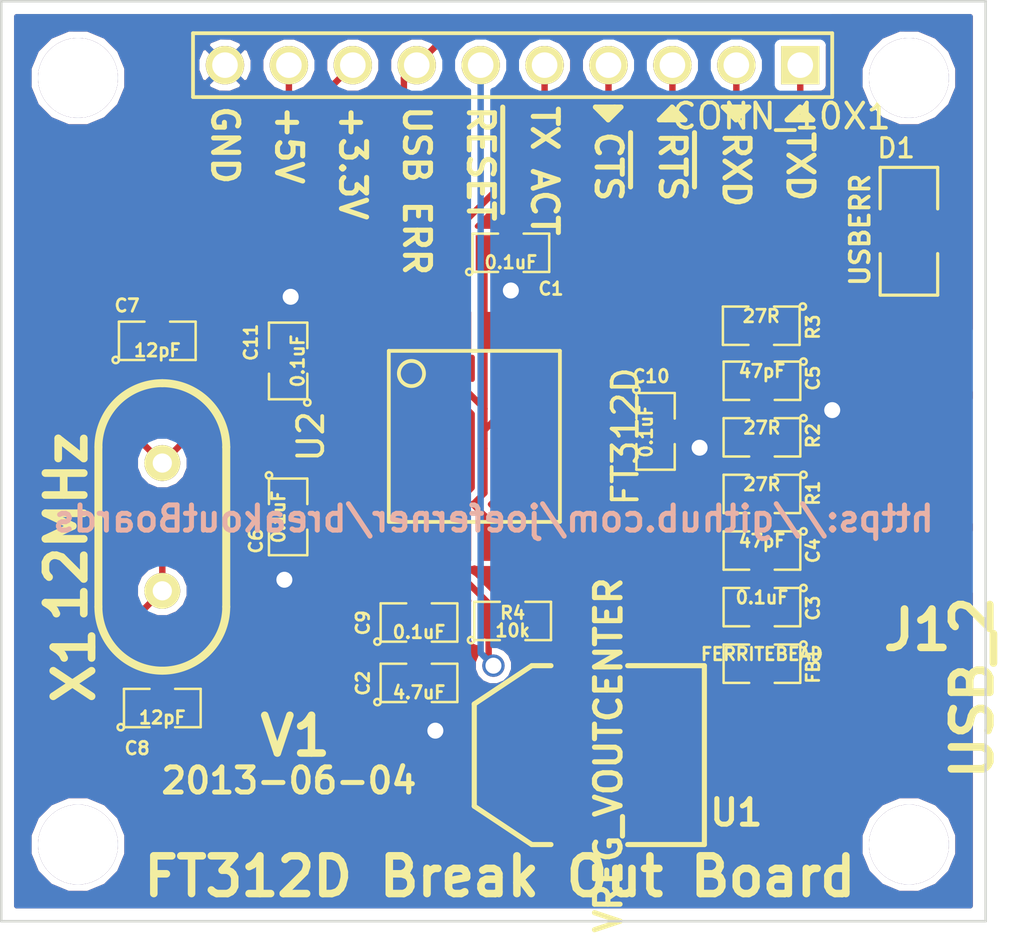
<source format=kicad_pcb>
(kicad_pcb (version 3) (host pcbnew "(2013-mar-13)-testing")

  (general
    (links 60)
    (no_connects 0)
    (area 203.118778 121.156 251.241222 160.206266)
    (thickness 1.6)
    (drawings 49)
    (tracks 153)
    (zones 0)
    (modules 26)
    (nets 27)
  )

  (page A4)
  (layers
    (15 F.Cu signal)
    (0 B.Cu signal)
    (16 B.Adhes user)
    (17 F.Adhes user)
    (18 B.Paste user)
    (19 F.Paste user)
    (20 B.SilkS user)
    (21 F.SilkS user)
    (22 B.Mask user)
    (23 F.Mask user)
    (24 Dwgs.User user)
    (25 Cmts.User user)
    (26 Eco1.User user)
    (27 Eco2.User user)
    (28 Edge.Cuts user)
  )

  (setup
    (last_trace_width 0.254)
    (trace_clearance 0.254)
    (zone_clearance 0.2032)
    (zone_45_only no)
    (trace_min 0.254)
    (segment_width 0.2)
    (edge_width 0.1)
    (via_size 0.889)
    (via_drill 0.635)
    (via_min_size 0.889)
    (via_min_drill 0.508)
    (uvia_size 0.508)
    (uvia_drill 0.127)
    (uvias_allowed no)
    (uvia_min_size 0.508)
    (uvia_min_drill 0.127)
    (pcb_text_width 0.3)
    (pcb_text_size 1.5 1.5)
    (mod_edge_width 0.15)
    (mod_text_size 1 1)
    (mod_text_width 0.15)
    (pad_size 0.55 1.5)
    (pad_drill 0)
    (pad_to_mask_clearance 0)
    (aux_axis_origin 207.772 121.412)
    (visible_elements FFFEFF7F)
    (pcbplotparams
      (layerselection 15761409)
      (usegerberextensions true)
      (excludeedgelayer false)
      (linewidth 0.150000)
      (plotframeref false)
      (viasonmask false)
      (mode 1)
      (useauxorigin false)
      (hpglpennumber 1)
      (hpglpenspeed 20)
      (hpglpendiameter 15)
      (hpglpenoverlay 2)
      (psnegative false)
      (psa4output false)
      (plotreference true)
      (plotvalue false)
      (plotothertext true)
      (plotinvisibletext false)
      (padsonsilk false)
      (subtractmaskfromsilk false)
      (outputformat 1)
      (mirror false)
      (drillshape 0)
      (scaleselection 1)
      (outputdirectory /home/jferner/dev/breakoutBoards/breakoutBoards04_v1/))
  )

  (net 0 "")
  (net 1 +3.3V)
  (net 2 +5V)
  (net 3 /CTS)
  (net 4 /RESET)
  (net 5 /RTS)
  (net 6 /RXD)
  (net 7 /TXD)
  (net 8 /TX_ACTIVE)
  (net 9 /USB_ERROR)
  (net 10 GND)
  (net 11 N-000001)
  (net 12 N-0000010)
  (net 13 N-0000011)
  (net 14 N-0000012)
  (net 15 N-0000018)
  (net 16 N-000002)
  (net 17 N-0000021)
  (net 18 N-0000022)
  (net 19 N-0000023)
  (net 20 N-0000024)
  (net 21 N-0000025)
  (net 22 N-0000026)
  (net 23 N-0000027)
  (net 24 N-000003)
  (net 25 N-000004)
  (net 26 N-000005)

  (net_class Default "This is the default net class."
    (clearance 0.254)
    (trace_width 0.254)
    (via_dia 0.889)
    (via_drill 0.635)
    (uvia_dia 0.508)
    (uvia_drill 0.127)
    (add_net "")
    (add_net +3.3V)
    (add_net +5V)
    (add_net /CTS)
    (add_net /RESET)
    (add_net /RTS)
    (add_net /RXD)
    (add_net /TXD)
    (add_net /TX_ACTIVE)
    (add_net /USB_ERROR)
    (add_net GND)
    (add_net N-000001)
    (add_net N-0000010)
    (add_net N-0000011)
    (add_net N-0000012)
    (add_net N-0000018)
    (add_net N-000002)
    (add_net N-0000021)
    (add_net N-0000022)
    (add_net N-0000023)
    (add_net N-0000024)
    (add_net N-0000025)
    (add_net N-0000026)
    (add_net N-0000027)
    (add_net N-000003)
    (add_net N-000004)
    (add_net N-000005)
  )

  (module SM0805 (layer F.Cu) (tedit 51AE85FF) (tstamp 51AE753B)
    (at 228.022 131.412)
    (path /51ADE63D)
    (attr smd)
    (fp_text reference C1 (at 1.594 1.43 180) (layer F.SilkS)
      (effects (font (size 0.50038 0.50038) (thickness 0.10922)))
    )
    (fp_text value 0.1uF (at 0 0.381) (layer F.SilkS)
      (effects (font (size 0.50038 0.50038) (thickness 0.10922)))
    )
    (fp_circle (center -1.651 0.762) (end -1.651 0.635) (layer F.SilkS) (width 0.09906))
    (fp_line (start -0.508 0.762) (end -1.524 0.762) (layer F.SilkS) (width 0.09906))
    (fp_line (start -1.524 0.762) (end -1.524 -0.762) (layer F.SilkS) (width 0.09906))
    (fp_line (start -1.524 -0.762) (end -0.508 -0.762) (layer F.SilkS) (width 0.09906))
    (fp_line (start 0.508 -0.762) (end 1.524 -0.762) (layer F.SilkS) (width 0.09906))
    (fp_line (start 1.524 -0.762) (end 1.524 0.762) (layer F.SilkS) (width 0.09906))
    (fp_line (start 1.524 0.762) (end 0.508 0.762) (layer F.SilkS) (width 0.09906))
    (pad 1 smd rect (at -0.9525 0) (size 0.889 1.397)
      (layers F.Cu F.Paste F.Mask)
      (net 1 +3.3V)
    )
    (pad 2 smd rect (at 0.9525 0) (size 0.889 1.397)
      (layers F.Cu F.Paste F.Mask)
      (net 10 GND)
    )
    (model smd/chip_cms.wrl
      (at (xyz 0 0 0))
      (scale (xyz 0.1 0.1 0.1))
      (rotate (xyz 0 0 0))
    )
  )

  (module SM0805 (layer F.Cu) (tedit 51AE7E40) (tstamp 51AE7548)
    (at 224.372 148.512)
    (path /51ADE64D)
    (attr smd)
    (fp_text reference C2 (at -2.228 0.012 90) (layer F.SilkS)
      (effects (font (size 0.50038 0.50038) (thickness 0.10922)))
    )
    (fp_text value 4.7uF (at 0 0.381) (layer F.SilkS)
      (effects (font (size 0.50038 0.50038) (thickness 0.10922)))
    )
    (fp_circle (center -1.651 0.762) (end -1.651 0.635) (layer F.SilkS) (width 0.09906))
    (fp_line (start -0.508 0.762) (end -1.524 0.762) (layer F.SilkS) (width 0.09906))
    (fp_line (start -1.524 0.762) (end -1.524 -0.762) (layer F.SilkS) (width 0.09906))
    (fp_line (start -1.524 -0.762) (end -0.508 -0.762) (layer F.SilkS) (width 0.09906))
    (fp_line (start 0.508 -0.762) (end 1.524 -0.762) (layer F.SilkS) (width 0.09906))
    (fp_line (start 1.524 -0.762) (end 1.524 0.762) (layer F.SilkS) (width 0.09906))
    (fp_line (start 1.524 0.762) (end 0.508 0.762) (layer F.SilkS) (width 0.09906))
    (pad 1 smd rect (at -0.9525 0) (size 0.889 1.397)
      (layers F.Cu F.Paste F.Mask)
      (net 1 +3.3V)
    )
    (pad 2 smd rect (at 0.9525 0) (size 0.889 1.397)
      (layers F.Cu F.Paste F.Mask)
      (net 10 GND)
    )
    (model smd/chip_cms.wrl
      (at (xyz 0 0 0))
      (scale (xyz 0.1 0.1 0.1))
      (rotate (xyz 0 0 0))
    )
  )

  (module SM0805 (layer F.Cu) (tedit 51AE85F2) (tstamp 51AE7555)
    (at 238 145.5 180)
    (path /51ADE2D3)
    (attr smd)
    (fp_text reference C3 (at -2.03 -0.042 270) (layer F.SilkS)
      (effects (font (size 0.50038 0.50038) (thickness 0.10922)))
    )
    (fp_text value 0.1uF (at 0 0.381 180) (layer F.SilkS)
      (effects (font (size 0.50038 0.50038) (thickness 0.10922)))
    )
    (fp_circle (center -1.651 0.762) (end -1.651 0.635) (layer F.SilkS) (width 0.09906))
    (fp_line (start -0.508 0.762) (end -1.524 0.762) (layer F.SilkS) (width 0.09906))
    (fp_line (start -1.524 0.762) (end -1.524 -0.762) (layer F.SilkS) (width 0.09906))
    (fp_line (start -1.524 -0.762) (end -0.508 -0.762) (layer F.SilkS) (width 0.09906))
    (fp_line (start 0.508 -0.762) (end 1.524 -0.762) (layer F.SilkS) (width 0.09906))
    (fp_line (start 1.524 -0.762) (end 1.524 0.762) (layer F.SilkS) (width 0.09906))
    (fp_line (start 1.524 0.762) (end 0.508 0.762) (layer F.SilkS) (width 0.09906))
    (pad 1 smd rect (at -0.9525 0 180) (size 0.889 1.397)
      (layers F.Cu F.Paste F.Mask)
      (net 23 N-0000027)
    )
    (pad 2 smd rect (at 0.9525 0 180) (size 0.889 1.397)
      (layers F.Cu F.Paste F.Mask)
      (net 10 GND)
    )
    (model smd/chip_cms.wrl
      (at (xyz 0 0 0))
      (scale (xyz 0.1 0.1 0.1))
      (rotate (xyz 0 0 0))
    )
  )

  (module SM0805 (layer F.Cu) (tedit 51AE85EF) (tstamp 51AE7562)
    (at 238 143.25 180)
    (path /51ADE24A)
    (attr smd)
    (fp_text reference C4 (at -2.03 -0.006 270) (layer F.SilkS)
      (effects (font (size 0.50038 0.50038) (thickness 0.10922)))
    )
    (fp_text value 47pF (at 0 0.381 180) (layer F.SilkS)
      (effects (font (size 0.50038 0.50038) (thickness 0.10922)))
    )
    (fp_circle (center -1.651 0.762) (end -1.651 0.635) (layer F.SilkS) (width 0.09906))
    (fp_line (start -0.508 0.762) (end -1.524 0.762) (layer F.SilkS) (width 0.09906))
    (fp_line (start -1.524 0.762) (end -1.524 -0.762) (layer F.SilkS) (width 0.09906))
    (fp_line (start -1.524 -0.762) (end -0.508 -0.762) (layer F.SilkS) (width 0.09906))
    (fp_line (start 0.508 -0.762) (end 1.524 -0.762) (layer F.SilkS) (width 0.09906))
    (fp_line (start 1.524 -0.762) (end 1.524 0.762) (layer F.SilkS) (width 0.09906))
    (fp_line (start 1.524 0.762) (end 0.508 0.762) (layer F.SilkS) (width 0.09906))
    (pad 1 smd rect (at -0.9525 0 180) (size 0.889 1.397)
      (layers F.Cu F.Paste F.Mask)
      (net 21 N-0000025)
    )
    (pad 2 smd rect (at 0.9525 0 180) (size 0.889 1.397)
      (layers F.Cu F.Paste F.Mask)
      (net 10 GND)
    )
    (model smd/chip_cms.wrl
      (at (xyz 0 0 0))
      (scale (xyz 0.1 0.1 0.1))
      (rotate (xyz 0 0 0))
    )
  )

  (module SM0805 (layer F.Cu) (tedit 51AE85E7) (tstamp 51AE756F)
    (at 238 136.5 180)
    (path /51ADE54E)
    (attr smd)
    (fp_text reference C5 (at -2.03 0.102 270) (layer F.SilkS)
      (effects (font (size 0.50038 0.50038) (thickness 0.10922)))
    )
    (fp_text value 47pF (at 0 0.381 180) (layer F.SilkS)
      (effects (font (size 0.50038 0.50038) (thickness 0.10922)))
    )
    (fp_circle (center -1.651 0.762) (end -1.651 0.635) (layer F.SilkS) (width 0.09906))
    (fp_line (start -0.508 0.762) (end -1.524 0.762) (layer F.SilkS) (width 0.09906))
    (fp_line (start -1.524 0.762) (end -1.524 -0.762) (layer F.SilkS) (width 0.09906))
    (fp_line (start -1.524 -0.762) (end -0.508 -0.762) (layer F.SilkS) (width 0.09906))
    (fp_line (start 0.508 -0.762) (end 1.524 -0.762) (layer F.SilkS) (width 0.09906))
    (fp_line (start 1.524 -0.762) (end 1.524 0.762) (layer F.SilkS) (width 0.09906))
    (fp_line (start 1.524 0.762) (end 0.508 0.762) (layer F.SilkS) (width 0.09906))
    (pad 1 smd rect (at -0.9525 0 180) (size 0.889 1.397)
      (layers F.Cu F.Paste F.Mask)
      (net 20 N-0000024)
    )
    (pad 2 smd rect (at 0.9525 0 180) (size 0.889 1.397)
      (layers F.Cu F.Paste F.Mask)
      (net 10 GND)
    )
    (model smd/chip_cms.wrl
      (at (xyz 0 0 0))
      (scale (xyz 0.1 0.1 0.1))
      (rotate (xyz 0 0 0))
    )
  )

  (module SM0805 (layer F.Cu) (tedit 51AE7E36) (tstamp 51AE757C)
    (at 219.172 141.912 270)
    (path /51ADFC86)
    (attr smd)
    (fp_text reference C6 (at 0.962 1.278 270) (layer F.SilkS)
      (effects (font (size 0.50038 0.50038) (thickness 0.10922)))
    )
    (fp_text value 0.1uF (at 0 0.381 270) (layer F.SilkS)
      (effects (font (size 0.50038 0.50038) (thickness 0.10922)))
    )
    (fp_circle (center -1.651 0.762) (end -1.651 0.635) (layer F.SilkS) (width 0.09906))
    (fp_line (start -0.508 0.762) (end -1.524 0.762) (layer F.SilkS) (width 0.09906))
    (fp_line (start -1.524 0.762) (end -1.524 -0.762) (layer F.SilkS) (width 0.09906))
    (fp_line (start -1.524 -0.762) (end -0.508 -0.762) (layer F.SilkS) (width 0.09906))
    (fp_line (start 0.508 -0.762) (end 1.524 -0.762) (layer F.SilkS) (width 0.09906))
    (fp_line (start 1.524 -0.762) (end 1.524 0.762) (layer F.SilkS) (width 0.09906))
    (fp_line (start 1.524 0.762) (end 0.508 0.762) (layer F.SilkS) (width 0.09906))
    (pad 1 smd rect (at -0.9525 0 270) (size 0.889 1.397)
      (layers F.Cu F.Paste F.Mask)
      (net 13 N-0000011)
    )
    (pad 2 smd rect (at 0.9525 0 270) (size 0.889 1.397)
      (layers F.Cu F.Paste F.Mask)
      (net 10 GND)
    )
    (model smd/chip_cms.wrl
      (at (xyz 0 0 0))
      (scale (xyz 0.1 0.1 0.1))
      (rotate (xyz 0 0 0))
    )
  )

  (module SM0805 (layer F.Cu) (tedit 51AE7E32) (tstamp 51AE7589)
    (at 213.972 134.912)
    (path /51AE090F)
    (attr smd)
    (fp_text reference C7 (at -1.2 -1.4) (layer F.SilkS)
      (effects (font (size 0.50038 0.50038) (thickness 0.10922)))
    )
    (fp_text value 12pF (at 0 0.381) (layer F.SilkS)
      (effects (font (size 0.50038 0.50038) (thickness 0.10922)))
    )
    (fp_circle (center -1.651 0.762) (end -1.651 0.635) (layer F.SilkS) (width 0.09906))
    (fp_line (start -0.508 0.762) (end -1.524 0.762) (layer F.SilkS) (width 0.09906))
    (fp_line (start -1.524 0.762) (end -1.524 -0.762) (layer F.SilkS) (width 0.09906))
    (fp_line (start -1.524 -0.762) (end -0.508 -0.762) (layer F.SilkS) (width 0.09906))
    (fp_line (start 0.508 -0.762) (end 1.524 -0.762) (layer F.SilkS) (width 0.09906))
    (fp_line (start 1.524 -0.762) (end 1.524 0.762) (layer F.SilkS) (width 0.09906))
    (fp_line (start 1.524 0.762) (end 0.508 0.762) (layer F.SilkS) (width 0.09906))
    (pad 1 smd rect (at -0.9525 0) (size 0.889 1.397)
      (layers F.Cu F.Paste F.Mask)
      (net 17 N-0000021)
    )
    (pad 2 smd rect (at 0.9525 0) (size 0.889 1.397)
      (layers F.Cu F.Paste F.Mask)
      (net 10 GND)
    )
    (model smd/chip_cms.wrl
      (at (xyz 0 0 0))
      (scale (xyz 0.1 0.1 0.1))
      (rotate (xyz 0 0 0))
    )
  )

  (module SM0805 (layer F.Cu) (tedit 51AE7E2F) (tstamp 51AE7596)
    (at 214.172 149.512)
    (path /51AE091A)
    (attr smd)
    (fp_text reference C8 (at -1 1.6) (layer F.SilkS)
      (effects (font (size 0.50038 0.50038) (thickness 0.10922)))
    )
    (fp_text value 12pF (at 0 0.381) (layer F.SilkS)
      (effects (font (size 0.50038 0.50038) (thickness 0.10922)))
    )
    (fp_circle (center -1.651 0.762) (end -1.651 0.635) (layer F.SilkS) (width 0.09906))
    (fp_line (start -0.508 0.762) (end -1.524 0.762) (layer F.SilkS) (width 0.09906))
    (fp_line (start -1.524 0.762) (end -1.524 -0.762) (layer F.SilkS) (width 0.09906))
    (fp_line (start -1.524 -0.762) (end -0.508 -0.762) (layer F.SilkS) (width 0.09906))
    (fp_line (start 0.508 -0.762) (end 1.524 -0.762) (layer F.SilkS) (width 0.09906))
    (fp_line (start 1.524 -0.762) (end 1.524 0.762) (layer F.SilkS) (width 0.09906))
    (fp_line (start 1.524 0.762) (end 0.508 0.762) (layer F.SilkS) (width 0.09906))
    (pad 1 smd rect (at -0.9525 0) (size 0.889 1.397)
      (layers F.Cu F.Paste F.Mask)
      (net 18 N-0000022)
    )
    (pad 2 smd rect (at 0.9525 0) (size 0.889 1.397)
      (layers F.Cu F.Paste F.Mask)
      (net 10 GND)
    )
    (model smd/chip_cms.wrl
      (at (xyz 0 0 0))
      (scale (xyz 0.1 0.1 0.1))
      (rotate (xyz 0 0 0))
    )
  )

  (module SM1206 (layer F.Cu) (tedit 51AE85DC) (tstamp 51AE75A2)
    (at 243.84 130.556 90)
    (path /51ADE259)
    (attr smd)
    (fp_text reference D1 (at 3.302 -0.508 180) (layer F.SilkS)
      (effects (font (size 0.762 0.762) (thickness 0.127)))
    )
    (fp_text value LED (at 0 0 90) (layer F.SilkS) hide
      (effects (font (size 0.762 0.762) (thickness 0.127)))
    )
    (fp_line (start -2.54 -1.143) (end -2.54 1.143) (layer F.SilkS) (width 0.127))
    (fp_line (start -2.54 1.143) (end -0.889 1.143) (layer F.SilkS) (width 0.127))
    (fp_line (start 0.889 -1.143) (end 2.54 -1.143) (layer F.SilkS) (width 0.127))
    (fp_line (start 2.54 -1.143) (end 2.54 1.143) (layer F.SilkS) (width 0.127))
    (fp_line (start 2.54 1.143) (end 0.889 1.143) (layer F.SilkS) (width 0.127))
    (fp_line (start -0.889 -1.143) (end -2.54 -1.143) (layer F.SilkS) (width 0.127))
    (pad 1 smd rect (at -1.651 0 90) (size 1.524 2.032)
      (layers F.Cu F.Paste F.Mask)
      (net 14 N-0000012)
    )
    (pad 2 smd rect (at 1.651 0 90) (size 1.524 2.032)
      (layers F.Cu F.Paste F.Mask)
      (net 9 /USB_ERROR)
    )
    (model smd/chip_cms.wrl
      (at (xyz 0 0 0))
      (scale (xyz 0.17 0.16 0.16))
      (rotate (xyz 0 0 0))
    )
  )

  (module SM0805 (layer F.Cu) (tedit 51AE85F4) (tstamp 51AE75AF)
    (at 238 147.75 180)
    (path /51ADE2C6)
    (attr smd)
    (fp_text reference FB1 (at -2.03 -0.078 270) (layer F.SilkS)
      (effects (font (size 0.50038 0.50038) (thickness 0.10922)))
    )
    (fp_text value FERRITEBEAD (at 0 0.381 180) (layer F.SilkS)
      (effects (font (size 0.50038 0.50038) (thickness 0.10922)))
    )
    (fp_circle (center -1.651 0.762) (end -1.651 0.635) (layer F.SilkS) (width 0.09906))
    (fp_line (start -0.508 0.762) (end -1.524 0.762) (layer F.SilkS) (width 0.09906))
    (fp_line (start -1.524 0.762) (end -1.524 -0.762) (layer F.SilkS) (width 0.09906))
    (fp_line (start -1.524 -0.762) (end -0.508 -0.762) (layer F.SilkS) (width 0.09906))
    (fp_line (start 0.508 -0.762) (end 1.524 -0.762) (layer F.SilkS) (width 0.09906))
    (fp_line (start 1.524 -0.762) (end 1.524 0.762) (layer F.SilkS) (width 0.09906))
    (fp_line (start 1.524 0.762) (end 0.508 0.762) (layer F.SilkS) (width 0.09906))
    (pad 1 smd rect (at -0.9525 0 180) (size 0.889 1.397)
      (layers F.Cu F.Paste F.Mask)
      (net 23 N-0000027)
    )
    (pad 2 smd rect (at 0.9525 0 180) (size 0.889 1.397)
      (layers F.Cu F.Paste F.Mask)
      (net 2 +5V)
    )
    (model smd/chip_cms.wrl
      (at (xyz 0 0 0))
      (scale (xyz 0.1 0.1 0.1))
      (rotate (xyz 0 0 0))
    )
  )

  (module USBMICRO (layer F.Cu) (tedit 51AE7E68) (tstamp 51AE75C6)
    (at 245.364 139.7 90)
    (path /51ADE22C)
    (fp_text reference J1 (at -6.712 -1.192 180) (layer F.SilkS)
      (effects (font (thickness 0.3048)))
    )
    (fp_text value USB_2 (at -9 1 90) (layer F.SilkS)
      (effects (font (thickness 0.3048)))
    )
    (fp_line (start 3.79984 1.45034) (end 5.15112 1.45034) (layer Dwgs.User) (width 0.09906))
    (fp_line (start -3.79984 1.45034) (end -5.10032 1.45034) (layer Dwgs.User) (width 0.09906))
    (fp_line (start 1.75006 -2.84988) (end 2.14884 -2.84988) (layer Dwgs.User) (width 0.09906))
    (fp_line (start -2.14884 -2.84988) (end -1.75006 -2.84988) (layer Dwgs.User) (width 0.09906))
    (fp_line (start -3.79984 1.19888) (end -3.79984 2.99974) (layer Dwgs.User) (width 0.09906))
    (fp_line (start -3.79984 2.99974) (end 3.79984 2.99974) (layer Dwgs.User) (width 0.09906))
    (fp_line (start 3.79984 2.99974) (end 3.79984 1.19888) (layer Dwgs.User) (width 0.09906))
    (fp_line (start -3.79984 1.45034) (end 3.79984 1.45034) (layer Dwgs.User) (width 0.09906))
    (pad "" smd rect (at 3.2004 -2.3495 90) (size 1.6002 1.39954)
      (layers F.Cu F.Paste F.Mask)
    )
    (pad "" smd rect (at 4.0005 0 90) (size 1.80086 1.89992)
      (layers F.Cu F.Paste F.Mask)
    )
    (pad "" smd rect (at -4.0005 0 90) (size 1.80086 1.89992)
      (layers F.Cu F.Paste F.Mask)
    )
    (pad "" smd rect (at 1.19888 0 90) (size 1.89992 1.89992)
      (layers F.Cu F.Paste F.Mask)
    )
    (pad "" smd rect (at -1.19888 0 90) (size 1.89992 1.89992)
      (layers F.Cu F.Paste F.Mask)
    )
    (pad "" smd rect (at -3.2004 -2.3495 90) (size 1.6002 1.39954)
      (layers F.Cu F.Paste F.Mask)
    )
    (pad 1 smd rect (at -1.30048 -2.67462 90) (size 0.39878 1.34874)
      (layers F.Cu F.Paste F.Mask)
      (net 23 N-0000027)
      (clearance 0.2032)
    )
    (pad 2 smd rect (at -0.65024 -2.67462 90) (size 0.39878 1.34874)
      (layers F.Cu F.Paste F.Mask)
      (net 21 N-0000025)
      (clearance 0.2032)
    )
    (pad 3 smd rect (at 0 -2.67462 90) (size 0.39878 1.34874)
      (layers F.Cu F.Paste F.Mask)
      (net 20 N-0000024)
      (clearance 0.2032)
    )
    (pad 4 smd rect (at 0.65024 -2.67462 90) (size 0.39878 1.34874)
      (layers F.Cu F.Paste F.Mask)
      (clearance 0.2032)
    )
    (pad 5 smd rect (at 1.30048 -2.67462 90) (size 0.39878 1.34874)
      (layers F.Cu F.Paste F.Mask)
      (net 10 GND)
      (clearance 0.2032)
    )
  )

  (module PIN_ARRAY_10X1 (layer F.Cu) (tedit 5166C28E) (tstamp 51AE75D8)
    (at 229.362 123.952 180)
    (path /51ADFEF3)
    (fp_text reference J2 (at 0.254 -2.032 180) (layer F.SilkS) hide
      (effects (font (size 1 1) (thickness 0.15)))
    )
    (fp_text value CONN_10X1 (at -9.398 -2.032 180) (layer F.SilkS)
      (effects (font (size 1 1) (thickness 0.15)))
    )
    (fp_line (start -11.43 -1.27) (end 13.97 -1.27) (layer F.SilkS) (width 0.15))
    (fp_line (start 13.97 -1.27) (end 13.97 1.27) (layer F.SilkS) (width 0.15))
    (fp_line (start 13.97 1.27) (end -11.43 1.27) (layer F.SilkS) (width 0.15))
    (fp_line (start -11.43 1.27) (end -11.43 -1.27) (layer F.SilkS) (width 0.15))
    (pad 1 thru_hole rect (at -10.16 0 180) (size 1.524 1.524) (drill 1.016)
      (layers *.Cu *.Mask F.SilkS)
      (net 7 /TXD)
    )
    (pad 2 thru_hole circle (at -7.62 0 180) (size 1.524 1.524) (drill 1.016)
      (layers *.Cu *.Mask F.SilkS)
      (net 6 /RXD)
    )
    (pad 3 thru_hole circle (at -5.08 0 180) (size 1.524 1.524) (drill 1.016)
      (layers *.Cu *.Mask F.SilkS)
      (net 5 /RTS)
    )
    (pad 4 thru_hole circle (at -2.54 0 180) (size 1.524 1.524) (drill 1.016)
      (layers *.Cu *.Mask F.SilkS)
      (net 3 /CTS)
    )
    (pad 5 thru_hole circle (at 0 0 180) (size 1.524 1.524) (drill 1.016)
      (layers *.Cu *.Mask F.SilkS)
      (net 8 /TX_ACTIVE)
    )
    (pad 6 thru_hole circle (at 2.54 0 180) (size 1.524 1.524) (drill 1.016)
      (layers *.Cu *.Mask F.SilkS)
      (net 4 /RESET)
    )
    (pad 7 thru_hole circle (at 5.08 0 180) (size 1.524 1.524) (drill 1.016)
      (layers *.Cu *.Mask F.SilkS)
      (net 9 /USB_ERROR)
    )
    (pad 8 thru_hole circle (at 7.62 0 180) (size 1.524 1.524) (drill 1.016)
      (layers *.Cu *.Mask F.SilkS)
      (net 1 +3.3V)
    )
    (pad 9 thru_hole circle (at 10.16 0 180) (size 1.524 1.524) (drill 1.016)
      (layers *.Cu *.Mask F.SilkS)
      (net 2 +5V)
    )
    (pad 10 thru_hole circle (at 12.7 0 180) (size 1.524 1.524) (drill 1.016)
      (layers *.Cu *.Mask F.SilkS)
      (net 10 GND)
    )
  )

  (module MOUNTING_HOLE_0.125in (layer F.Cu) (tedit 5165D330) (tstamp 51AE75DD)
    (at 243.84 124.46)
    (path /51AE0D9C)
    (fp_text reference M1 (at 1.05 3.825) (layer F.SilkS) hide
      (effects (font (size 1 1) (thickness 0.15)))
    )
    (fp_text value "Mounting Hole" (at -0.15 -2.475) (layer F.SilkS) hide
      (effects (font (size 1 1) (thickness 0.15)))
    )
    (pad "" thru_hole circle (at 0 0) (size 3.175 3.175) (drill 3.175)
      (layers *.Cu)
    )
  )

  (module MOUNTING_HOLE_0.125in (layer F.Cu) (tedit 5165D330) (tstamp 51AE75E2)
    (at 210.82 124.46)
    (path /51AE0DA9)
    (fp_text reference M2 (at 1.05 3.825) (layer F.SilkS) hide
      (effects (font (size 1 1) (thickness 0.15)))
    )
    (fp_text value "Mounting Hole" (at -0.15 -2.475) (layer F.SilkS) hide
      (effects (font (size 1 1) (thickness 0.15)))
    )
    (pad "" thru_hole circle (at 0 0) (size 3.175 3.175) (drill 3.175)
      (layers *.Cu)
    )
  )

  (module MOUNTING_HOLE_0.125in (layer F.Cu) (tedit 5165D330) (tstamp 51AE75E7)
    (at 243.84 154.94)
    (path /51AE0DAF)
    (fp_text reference M3 (at 1.05 3.825) (layer F.SilkS) hide
      (effects (font (size 1 1) (thickness 0.15)))
    )
    (fp_text value "Mounting Hole" (at -0.15 -2.475) (layer F.SilkS) hide
      (effects (font (size 1 1) (thickness 0.15)))
    )
    (pad "" thru_hole circle (at 0 0) (size 3.175 3.175) (drill 3.175)
      (layers *.Cu)
    )
  )

  (module MOUNTING_HOLE_0.125in (layer F.Cu) (tedit 5165D330) (tstamp 51AE75EC)
    (at 210.82 154.94)
    (path /51AE0DB5)
    (fp_text reference M4 (at 1.05 3.825) (layer F.SilkS) hide
      (effects (font (size 1 1) (thickness 0.15)))
    )
    (fp_text value "Mounting Hole" (at -0.15 -2.475) (layer F.SilkS) hide
      (effects (font (size 1 1) (thickness 0.15)))
    )
    (pad "" thru_hole circle (at 0 0) (size 3.175 3.175) (drill 3.175)
      (layers *.Cu)
    )
  )

  (module SM0805 (layer F.Cu) (tedit 51AE85ED) (tstamp 51AE75F9)
    (at 238 141 180)
    (path /51ADE23B)
    (attr smd)
    (fp_text reference R1 (at -2.03 0.03 270) (layer F.SilkS)
      (effects (font (size 0.50038 0.50038) (thickness 0.10922)))
    )
    (fp_text value 27R (at 0 0.381 180) (layer F.SilkS)
      (effects (font (size 0.50038 0.50038) (thickness 0.10922)))
    )
    (fp_circle (center -1.651 0.762) (end -1.651 0.635) (layer F.SilkS) (width 0.09906))
    (fp_line (start -0.508 0.762) (end -1.524 0.762) (layer F.SilkS) (width 0.09906))
    (fp_line (start -1.524 0.762) (end -1.524 -0.762) (layer F.SilkS) (width 0.09906))
    (fp_line (start -1.524 -0.762) (end -0.508 -0.762) (layer F.SilkS) (width 0.09906))
    (fp_line (start 0.508 -0.762) (end 1.524 -0.762) (layer F.SilkS) (width 0.09906))
    (fp_line (start 1.524 -0.762) (end 1.524 0.762) (layer F.SilkS) (width 0.09906))
    (fp_line (start 1.524 0.762) (end 0.508 0.762) (layer F.SilkS) (width 0.09906))
    (pad 1 smd rect (at -0.9525 0 180) (size 0.889 1.397)
      (layers F.Cu F.Paste F.Mask)
      (net 21 N-0000025)
    )
    (pad 2 smd rect (at 0.9525 0 180) (size 0.889 1.397)
      (layers F.Cu F.Paste F.Mask)
      (net 22 N-0000026)
    )
    (model smd/chip_cms.wrl
      (at (xyz 0 0 0))
      (scale (xyz 0.1 0.1 0.1))
      (rotate (xyz 0 0 0))
    )
  )

  (module SM0805 (layer F.Cu) (tedit 51AE85E9) (tstamp 51AE7606)
    (at 238 138.75 180)
    (path /51ADE4E9)
    (attr smd)
    (fp_text reference R2 (at -2.03 0.066 270) (layer F.SilkS)
      (effects (font (size 0.50038 0.50038) (thickness 0.10922)))
    )
    (fp_text value 27R (at 0 0.381 180) (layer F.SilkS)
      (effects (font (size 0.50038 0.50038) (thickness 0.10922)))
    )
    (fp_circle (center -1.651 0.762) (end -1.651 0.635) (layer F.SilkS) (width 0.09906))
    (fp_line (start -0.508 0.762) (end -1.524 0.762) (layer F.SilkS) (width 0.09906))
    (fp_line (start -1.524 0.762) (end -1.524 -0.762) (layer F.SilkS) (width 0.09906))
    (fp_line (start -1.524 -0.762) (end -0.508 -0.762) (layer F.SilkS) (width 0.09906))
    (fp_line (start 0.508 -0.762) (end 1.524 -0.762) (layer F.SilkS) (width 0.09906))
    (fp_line (start 1.524 -0.762) (end 1.524 0.762) (layer F.SilkS) (width 0.09906))
    (fp_line (start 1.524 0.762) (end 0.508 0.762) (layer F.SilkS) (width 0.09906))
    (pad 1 smd rect (at -0.9525 0 180) (size 0.889 1.397)
      (layers F.Cu F.Paste F.Mask)
      (net 20 N-0000024)
    )
    (pad 2 smd rect (at 0.9525 0 180) (size 0.889 1.397)
      (layers F.Cu F.Paste F.Mask)
      (net 19 N-0000023)
    )
    (model smd/chip_cms.wrl
      (at (xyz 0 0 0))
      (scale (xyz 0.1 0.1 0.1))
      (rotate (xyz 0 0 0))
    )
  )

  (module SM0805 (layer F.Cu) (tedit 51AE85E5) (tstamp 51AE7613)
    (at 237.972 134.312 180)
    (path /51ADFDBE)
    (attr smd)
    (fp_text reference R3 (at -2.058 -0.054 270) (layer F.SilkS)
      (effects (font (size 0.50038 0.50038) (thickness 0.10922)))
    )
    (fp_text value 27R (at 0 0.381 180) (layer F.SilkS)
      (effects (font (size 0.50038 0.50038) (thickness 0.10922)))
    )
    (fp_circle (center -1.651 0.762) (end -1.651 0.635) (layer F.SilkS) (width 0.09906))
    (fp_line (start -0.508 0.762) (end -1.524 0.762) (layer F.SilkS) (width 0.09906))
    (fp_line (start -1.524 0.762) (end -1.524 -0.762) (layer F.SilkS) (width 0.09906))
    (fp_line (start -1.524 -0.762) (end -0.508 -0.762) (layer F.SilkS) (width 0.09906))
    (fp_line (start 0.508 -0.762) (end 1.524 -0.762) (layer F.SilkS) (width 0.09906))
    (fp_line (start 1.524 -0.762) (end 1.524 0.762) (layer F.SilkS) (width 0.09906))
    (fp_line (start 1.524 0.762) (end 0.508 0.762) (layer F.SilkS) (width 0.09906))
    (pad 1 smd rect (at -0.9525 0 180) (size 0.889 1.397)
      (layers F.Cu F.Paste F.Mask)
      (net 14 N-0000012)
    )
    (pad 2 smd rect (at 0.9525 0 180) (size 0.889 1.397)
      (layers F.Cu F.Paste F.Mask)
      (net 1 +3.3V)
    )
    (model smd/chip_cms.wrl
      (at (xyz 0 0 0))
      (scale (xyz 0.1 0.1 0.1))
      (rotate (xyz 0 0 0))
    )
  )

  (module HC-49V (layer F.Cu) (tedit 51AE7B83) (tstamp 51AE762F)
    (at 214.172 142.312 270)
    (descr "Quartz boitier HC-49 Vertical")
    (tags "QUARTZ DEV")
    (path /51AE081C)
    (autoplace_cost180 10)
    (fp_text reference X1 (at 5.5 3.5 270) (layer F.SilkS)
      (effects (font (thickness 0.3048)))
    )
    (fp_text value 12MHz (at 0 3.81 270) (layer F.SilkS)
      (effects (font (thickness 0.3048)))
    )
    (fp_line (start -3.175 2.54) (end 3.175 2.54) (layer F.SilkS) (width 0.3175))
    (fp_line (start -3.175 -2.54) (end 3.175 -2.54) (layer F.SilkS) (width 0.3175))
    (fp_arc (start 3.175 0) (end 3.175 -2.54) (angle 90) (layer F.SilkS) (width 0.3175))
    (fp_arc (start 3.175 0) (end 5.715 0) (angle 90) (layer F.SilkS) (width 0.3175))
    (fp_arc (start -3.175 0) (end -5.715 0) (angle 90) (layer F.SilkS) (width 0.3175))
    (fp_arc (start -3.175 0) (end -3.175 2.54) (angle 90) (layer F.SilkS) (width 0.3175))
    (pad 1 thru_hole circle (at -2.54 0 270) (size 1.4224 1.4224) (drill 0.762)
      (layers *.Cu *.Mask F.SilkS)
      (net 17 N-0000021)
    )
    (pad 2 thru_hole circle (at 2.54 0 270) (size 1.4224 1.4224) (drill 0.762)
      (layers *.Cu *.Mask F.SilkS)
      (net 18 N-0000022)
    )
  )

  (module SOT223 (layer F.Cu) (tedit 51AE8752) (tstamp 51AE793C)
    (at 231.14 151.384 90)
    (descr "module CMS SOT223 4 pins")
    (tags "CMS SOT")
    (path /51AE74FA)
    (attr smd)
    (fp_text reference U1 (at -2.286 5.842 180) (layer F.SilkS)
      (effects (font (size 1.016 1.016) (thickness 0.2032)))
    )
    (fp_text value VREG_VOUTCENTER (at 0 0.762 90) (layer F.SilkS)
      (effects (font (size 1.016 1.016) (thickness 0.2032)))
    )
    (fp_line (start -3.556 1.524) (end -3.556 4.572) (layer F.SilkS) (width 0.2032))
    (fp_line (start -3.556 4.572) (end 3.556 4.572) (layer F.SilkS) (width 0.2032))
    (fp_line (start 3.556 4.572) (end 3.556 1.524) (layer F.SilkS) (width 0.2032))
    (fp_line (start -3.556 -1.524) (end -3.556 -2.286) (layer F.SilkS) (width 0.2032))
    (fp_line (start -3.556 -2.286) (end -2.032 -4.572) (layer F.SilkS) (width 0.2032))
    (fp_line (start -2.032 -4.572) (end 2.032 -4.572) (layer F.SilkS) (width 0.2032))
    (fp_line (start 2.032 -4.572) (end 3.556 -2.286) (layer F.SilkS) (width 0.2032))
    (fp_line (start 3.556 -2.286) (end 3.556 -1.524) (layer F.SilkS) (width 0.2032))
    (pad 4 smd rect (at 0 -3.302 90) (size 3.6576 2.032)
      (layers F.Cu F.Paste F.Mask)
      (net 15 N-0000018)
    )
    (pad 2 smd rect (at 0 3.302 90) (size 1.016 2.032)
      (layers F.Cu F.Paste F.Mask)
      (net 1 +3.3V)
    )
    (pad 3 smd rect (at 2.286 3.302 90) (size 1.016 2.032)
      (layers F.Cu F.Paste F.Mask)
      (net 2 +5V)
    )
    (pad 1 smd rect (at -2.286 3.302 90) (size 1.016 2.032)
      (layers F.Cu F.Paste F.Mask)
      (net 10 GND)
    )
    (model smd/SOT223.wrl
      (at (xyz 0 0 0))
      (scale (xyz 0.4 0.4 0.4))
      (rotate (xyz 0 0 0))
    )
  )

  (module SM0805 (layer F.Cu) (tedit 51AE7E3E) (tstamp 51AEA43E)
    (at 224.372 146.112)
    (path /51AE7BF3)
    (attr smd)
    (fp_text reference C9 (at -2.228 0.012 90) (layer F.SilkS)
      (effects (font (size 0.50038 0.50038) (thickness 0.10922)))
    )
    (fp_text value 0.1uF (at 0 0.381) (layer F.SilkS)
      (effects (font (size 0.50038 0.50038) (thickness 0.10922)))
    )
    (fp_circle (center -1.651 0.762) (end -1.651 0.635) (layer F.SilkS) (width 0.09906))
    (fp_line (start -0.508 0.762) (end -1.524 0.762) (layer F.SilkS) (width 0.09906))
    (fp_line (start -1.524 0.762) (end -1.524 -0.762) (layer F.SilkS) (width 0.09906))
    (fp_line (start -1.524 -0.762) (end -0.508 -0.762) (layer F.SilkS) (width 0.09906))
    (fp_line (start 0.508 -0.762) (end 1.524 -0.762) (layer F.SilkS) (width 0.09906))
    (fp_line (start 1.524 -0.762) (end 1.524 0.762) (layer F.SilkS) (width 0.09906))
    (fp_line (start 1.524 0.762) (end 0.508 0.762) (layer F.SilkS) (width 0.09906))
    (pad 1 smd rect (at -0.9525 0) (size 0.889 1.397)
      (layers F.Cu F.Paste F.Mask)
      (net 1 +3.3V)
    )
    (pad 2 smd rect (at 0.9525 0) (size 0.889 1.397)
      (layers F.Cu F.Paste F.Mask)
      (net 10 GND)
    )
    (model smd/chip_cms.wrl
      (at (xyz 0 0 0))
      (scale (xyz 0.1 0.1 0.1))
      (rotate (xyz 0 0 0))
    )
  )

  (module SM0805 (layer F.Cu) (tedit 51AE7E46) (tstamp 51AEA44B)
    (at 233.772 138.512 270)
    (path /51AE7BF9)
    (attr smd)
    (fp_text reference C10 (at -2.188 0.178 360) (layer F.SilkS)
      (effects (font (size 0.50038 0.50038) (thickness 0.10922)))
    )
    (fp_text value 0.1uF (at 0 0.381 270) (layer F.SilkS)
      (effects (font (size 0.50038 0.50038) (thickness 0.10922)))
    )
    (fp_circle (center -1.651 0.762) (end -1.651 0.635) (layer F.SilkS) (width 0.09906))
    (fp_line (start -0.508 0.762) (end -1.524 0.762) (layer F.SilkS) (width 0.09906))
    (fp_line (start -1.524 0.762) (end -1.524 -0.762) (layer F.SilkS) (width 0.09906))
    (fp_line (start -1.524 -0.762) (end -0.508 -0.762) (layer F.SilkS) (width 0.09906))
    (fp_line (start 0.508 -0.762) (end 1.524 -0.762) (layer F.SilkS) (width 0.09906))
    (fp_line (start 1.524 -0.762) (end 1.524 0.762) (layer F.SilkS) (width 0.09906))
    (fp_line (start 1.524 0.762) (end 0.508 0.762) (layer F.SilkS) (width 0.09906))
    (pad 1 smd rect (at -0.9525 0 270) (size 0.889 1.397)
      (layers F.Cu F.Paste F.Mask)
      (net 1 +3.3V)
    )
    (pad 2 smd rect (at 0.9525 0 270) (size 0.889 1.397)
      (layers F.Cu F.Paste F.Mask)
      (net 10 GND)
    )
    (model smd/chip_cms.wrl
      (at (xyz 0 0 0))
      (scale (xyz 0.1 0.1 0.1))
      (rotate (xyz 0 0 0))
    )
  )

  (module SM0805 (layer F.Cu) (tedit 51AE7E34) (tstamp 51AEA458)
    (at 219.172 135.712 90)
    (path /51AE7C05)
    (attr smd)
    (fp_text reference C11 (at 0.738 -1.478 90) (layer F.SilkS)
      (effects (font (size 0.50038 0.50038) (thickness 0.10922)))
    )
    (fp_text value 0.1uF (at 0 0.381 90) (layer F.SilkS)
      (effects (font (size 0.50038 0.50038) (thickness 0.10922)))
    )
    (fp_circle (center -1.651 0.762) (end -1.651 0.635) (layer F.SilkS) (width 0.09906))
    (fp_line (start -0.508 0.762) (end -1.524 0.762) (layer F.SilkS) (width 0.09906))
    (fp_line (start -1.524 0.762) (end -1.524 -0.762) (layer F.SilkS) (width 0.09906))
    (fp_line (start -1.524 -0.762) (end -0.508 -0.762) (layer F.SilkS) (width 0.09906))
    (fp_line (start 0.508 -0.762) (end 1.524 -0.762) (layer F.SilkS) (width 0.09906))
    (fp_line (start 1.524 -0.762) (end 1.524 0.762) (layer F.SilkS) (width 0.09906))
    (fp_line (start 1.524 0.762) (end 0.508 0.762) (layer F.SilkS) (width 0.09906))
    (pad 1 smd rect (at -0.9525 0 90) (size 0.889 1.397)
      (layers F.Cu F.Paste F.Mask)
      (net 1 +3.3V)
    )
    (pad 2 smd rect (at 0.9525 0 90) (size 0.889 1.397)
      (layers F.Cu F.Paste F.Mask)
      (net 10 GND)
    )
    (model smd/chip_cms.wrl
      (at (xyz 0 0 0))
      (scale (xyz 0.1 0.1 0.1))
      (rotate (xyz 0 0 0))
    )
  )

  (module SM0805 (layer F.Cu) (tedit 5091495C) (tstamp 51AEAD4F)
    (at 228.092 146.05)
    (path /51AE86F7)
    (attr smd)
    (fp_text reference R4 (at 0 -0.3175) (layer F.SilkS)
      (effects (font (size 0.50038 0.50038) (thickness 0.10922)))
    )
    (fp_text value 10k (at 0 0.381) (layer F.SilkS)
      (effects (font (size 0.50038 0.50038) (thickness 0.10922)))
    )
    (fp_circle (center -1.651 0.762) (end -1.651 0.635) (layer F.SilkS) (width 0.09906))
    (fp_line (start -0.508 0.762) (end -1.524 0.762) (layer F.SilkS) (width 0.09906))
    (fp_line (start -1.524 0.762) (end -1.524 -0.762) (layer F.SilkS) (width 0.09906))
    (fp_line (start -1.524 -0.762) (end -0.508 -0.762) (layer F.SilkS) (width 0.09906))
    (fp_line (start 0.508 -0.762) (end 1.524 -0.762) (layer F.SilkS) (width 0.09906))
    (fp_line (start 1.524 -0.762) (end 1.524 0.762) (layer F.SilkS) (width 0.09906))
    (fp_line (start 1.524 0.762) (end 0.508 0.762) (layer F.SilkS) (width 0.09906))
    (pad 1 smd rect (at -0.9525 0) (size 0.889 1.397)
      (layers F.Cu F.Paste F.Mask)
      (net 4 /RESET)
    )
    (pad 2 smd rect (at 0.9525 0) (size 0.889 1.397)
      (layers F.Cu F.Paste F.Mask)
      (net 1 +3.3V)
    )
    (model smd/chip_cms.wrl
      (at (xyz 0 0 0))
      (scale (xyz 0.1 0.1 0.1))
      (rotate (xyz 0 0 0))
    )
  )

  (module QFP32 (layer F.Cu) (tedit 51B4E122) (tstamp 51AE9A00)
    (at 226.572 138.712 270)
    (tags "TQFP48 QFP48")
    (path /51ADFA04)
    (clearance 0.2)
    (fp_text reference U2 (at 0 6.5 270) (layer F.SilkS)
      (effects (font (size 1 1) (thickness 0.15)))
    )
    (fp_text value FT312D (at 0 -6 270) (layer F.SilkS)
      (effects (font (size 1 1) (thickness 0.15)))
    )
    (fp_circle (center -2.5 2.5) (end -2 2.5) (layer F.SilkS) (width 0.15))
    (fp_line (start -3.4 -3.4) (end 3.4 -3.4) (layer F.SilkS) (width 0.15))
    (fp_line (start 3.4 -3.4) (end 3.4 3.4) (layer F.SilkS) (width 0.15))
    (fp_line (start 3.4 3.4) (end -3.4 3.4) (layer F.SilkS) (width 0.15))
    (fp_line (start -3.4 3.4) (end -3.4 -3.4) (layer F.SilkS) (width 0.15))
    (pad 1 smd rect (at -2.8 4.2 270) (size 0.55 1.5)
      (layers F.Cu F.Paste F.Mask)
      (net 10 GND)
    )
    (pad 2 smd rect (at -2 4.2 270) (size 0.55 1.5)
      (layers F.Cu F.Paste F.Mask)
      (net 1 +3.3V)
    )
    (pad 3 smd rect (at -1.2 4.2 270) (size 0.55 1.5)
      (layers F.Cu F.Paste F.Mask)
      (net 13 N-0000011)
    )
    (pad 4 smd rect (at -0.4 4.2 270) (size 0.55 1.5)
      (layers F.Cu F.Paste F.Mask)
      (net 17 N-0000021)
    )
    (pad 5 smd rect (at 0.4 4.2 270) (size 0.55 1.5)
      (layers F.Cu F.Paste F.Mask)
      (net 18 N-0000022)
    )
    (pad 6 smd rect (at 1.2 4.2 270) (size 0.55 1.5)
      (layers F.Cu F.Paste F.Mask)
      (net 10 GND)
    )
    (pad 7 smd rect (at 2 4.2 270) (size 0.55 1.5)
      (layers F.Cu F.Paste F.Mask)
      (net 13 N-0000011)
    )
    (pad 8 smd rect (at 2.8 4.2 270) (size 0.55 1.5)
      (layers F.Cu F.Paste F.Mask)
      (net 10 GND)
    )
    (pad 9 smd rect (at 4.2 2.8 270) (size 1.5 0.55)
      (layers F.Cu F.Paste F.Mask)
      (net 1 +3.3V)
    )
    (pad 10 smd rect (at 4.2 2 270) (size 1.5 0.55)
      (layers F.Cu F.Paste F.Mask)
      (net 4 /RESET)
    )
    (pad 11 smd rect (at 4.2 1.2 270) (size 1.5 0.55)
      (layers F.Cu F.Paste F.Mask)
      (net 12 N-0000010)
    )
    (pad 12 smd rect (at 4.2 0.4 270) (size 1.5 0.55)
      (layers F.Cu F.Paste F.Mask)
      (net 26 N-000005)
    )
    (pad 13 smd rect (at 4.2 -0.4 270) (size 1.5 0.55)
      (layers F.Cu F.Paste F.Mask)
      (net 1 +3.3V)
    )
    (pad 14 smd rect (at 4.2 -1.2 270) (size 1.5 0.55)
      (layers F.Cu F.Paste F.Mask)
      (net 10 GND)
    )
    (pad 15 smd rect (at 4.2 -2 270) (size 1.5 0.55)
      (layers F.Cu F.Paste F.Mask)
      (net 10 GND)
    )
    (pad 16 smd rect (at 4.2 -2.8 270) (size 1.5 0.55)
      (layers F.Cu F.Paste F.Mask)
      (net 10 GND)
    )
    (pad 17 smd rect (at 2.8 -4.2 270) (size 0.55 1.5)
      (layers F.Cu F.Paste F.Mask)
      (net 19 N-0000023)
    )
    (pad 18 smd rect (at 2 -4.2 270) (size 0.55 1.5)
      (layers F.Cu F.Paste F.Mask)
      (net 22 N-0000026)
    )
    (pad 19 smd rect (at 1.2 -4.2 270) (size 0.55 1.5)
      (layers F.Cu F.Paste F.Mask)
      (net 10 GND)
    )
    (pad 20 smd rect (at 0.4 -4.2 270) (size 0.55 1.5)
      (layers F.Cu F.Paste F.Mask)
      (net 25 N-000004)
    )
    (pad 21 smd rect (at -0.4 -4.2 270) (size 0.55 1.5)
      (layers F.Cu F.Paste F.Mask)
      (net 24 N-000003)
    )
    (pad 22 smd rect (at -1.2 -4.2 270) (size 0.55 1.5)
      (layers F.Cu F.Paste F.Mask)
      (net 1 +3.3V)
    )
    (pad 23 smd rect (at -2 -4.2 270) (size 0.55 1.5)
      (layers F.Cu F.Paste F.Mask)
      (net 7 /TXD)
    )
    (pad 24 smd rect (at -2.8 -4.2 270) (size 0.55 1.5)
      (layers F.Cu F.Paste F.Mask)
      (net 6 /RXD)
    )
    (pad 25 smd rect (at -4.2 -2.8 270) (size 1.5 0.55)
      (layers F.Cu F.Paste F.Mask)
      (net 5 /RTS)
    )
    (pad 26 smd rect (at -4.2 -2 270) (size 1.5 0.55)
      (layers F.Cu F.Paste F.Mask)
      (net 3 /CTS)
    )
    (pad 27 smd rect (at -4.2 -1.2 270) (size 1.5 0.55)
      (layers F.Cu F.Paste F.Mask)
      (net 10 GND)
    )
    (pad 28 smd rect (at -4.2 -0.4 270) (size 1.5 0.55)
      (layers F.Cu F.Paste F.Mask)
      (net 1 +3.3V)
    )
    (pad 29 smd rect (at -4.2 0.4 270) (size 1.5 0.55)
      (layers F.Cu F.Paste F.Mask)
      (net 8 /TX_ACTIVE)
    )
    (pad 30 smd rect (at -4.2 1.2 270) (size 1.5 0.55)
      (layers F.Cu F.Paste F.Mask)
      (net 16 N-000002)
    )
    (pad 31 smd rect (at -4.2 2 270) (size 1.5 0.55)
      (layers F.Cu F.Paste F.Mask)
      (net 11 N-000001)
    )
    (pad 32 smd rect (at -4.2 2.8 270) (size 1.5 0.55)
      (layers F.Cu F.Paste F.Mask)
      (net 9 /USB_ERROR)
    )
  )

  (gr_text USBERR (at 241.9 130.5 90) (layer F.SilkS)
    (effects (font (size 0.75 0.75) (thickness 0.15)))
  )
  (gr_text 2013-06-04 (at 219.202 152.4) (layer F.SilkS)
    (effects (font (size 1 1) (thickness 0.2)))
  )
  (gr_text V1 (at 219.456 150.622) (layer F.SilkS)
    (effects (font (size 1.5 1.5) (thickness 0.3)))
  )
  (gr_text https://github.com/joeferner/breakoutBoards (at 227.33 141.986) (layer B.SilkS)
    (effects (font (size 1 1) (thickness 0.2)) (justify mirror))
  )
  (gr_text "FT312D Break Out Board" (at 227.584 156.21) (layer F.SilkS)
    (effects (font (size 1.5 1.5) (thickness 0.3)))
  )
  (gr_line (start 234.43 125.746) (end 234.43 126) (angle 90) (layer F.SilkS) (width 0.2))
  (gr_line (start 234.557 126) (end 234.684 126) (angle 90) (layer F.SilkS) (width 0.2))
  (gr_line (start 234.43 125.873) (end 234.557 126) (angle 90) (layer F.SilkS) (width 0.2))
  (gr_line (start 234.176 126.127) (end 234.43 125.873) (angle 90) (layer F.SilkS) (width 0.2))
  (gr_line (start 234.938 126.127) (end 233.922 126.127) (angle 90) (layer F.SilkS) (width 0.2))
  (gr_line (start 234.43 125.619) (end 234.938 126.127) (angle 90) (layer F.SilkS) (width 0.2))
  (gr_line (start 234.43 125.619) (end 233.922 126.127) (angle 90) (layer F.SilkS) (width 0.2))
  (gr_line (start 231.89 126) (end 231.89 125.746) (angle 90) (layer F.SilkS) (width 0.2))
  (gr_line (start 231.763 125.746) (end 231.636 125.746) (angle 90) (layer F.SilkS) (width 0.2))
  (gr_line (start 231.89 125.873) (end 231.763 125.746) (angle 90) (layer F.SilkS) (width 0.2))
  (gr_line (start 232.144 125.619) (end 231.89 125.873) (angle 90) (layer F.SilkS) (width 0.2))
  (gr_line (start 231.382 125.619) (end 232.398 125.619) (angle 90) (layer F.SilkS) (width 0.2))
  (gr_line (start 231.89 126.127) (end 231.382 125.619) (angle 90) (layer F.SilkS) (width 0.2))
  (gr_line (start 231.89 126.127) (end 232.398 125.619) (angle 90) (layer F.SilkS) (width 0.2))
  (gr_line (start 239.256 126) (end 239.51 125.746) (angle 90) (layer F.SilkS) (width 0.2))
  (gr_line (start 239.764 126) (end 239.256 126) (angle 90) (layer F.SilkS) (width 0.2))
  (gr_line (start 239.51 125.746) (end 239.764 126) (angle 90) (layer F.SilkS) (width 0.2))
  (gr_line (start 239.002 126.127) (end 240.018 126.127) (angle 90) (layer F.SilkS) (width 0.2))
  (gr_line (start 239.51 125.619) (end 239.002 126.127) (angle 90) (layer F.SilkS) (width 0.2))
  (gr_line (start 239.51 125.619) (end 240.018 126.127) (angle 90) (layer F.SilkS) (width 0.2))
  (gr_line (start 236.97 126) (end 236.97 125.746) (angle 90) (layer F.SilkS) (width 0.2))
  (gr_line (start 236.97 126) (end 237.097 125.873) (angle 90) (layer F.SilkS) (width 0.2))
  (gr_line (start 236.716 125.746) (end 236.97 126) (angle 90) (layer F.SilkS) (width 0.2))
  (gr_line (start 237.224 125.746) (end 236.716 125.746) (angle 90) (layer F.SilkS) (width 0.2))
  (gr_line (start 237.478 125.619) (end 236.462 125.619) (angle 90) (layer F.SilkS) (width 0.2))
  (gr_line (start 236.97 126.127) (end 237.478 125.619) (angle 90) (layer F.SilkS) (width 0.2))
  (gr_line (start 236.462 125.619) (end 236.97 126.127) (angle 90) (layer F.SilkS) (width 0.2))
  (gr_line (start 232.779 128.794) (end 232.779 126.635) (angle 90) (layer F.SilkS) (width 0.2))
  (gr_line (start 235.319 128.794) (end 235.319 126.635) (angle 90) (layer F.SilkS) (width 0.2))
  (gr_line (start 227.699 129.81) (end 227.699 125.619) (angle 90) (layer F.SilkS) (width 0.2))
  (gr_text TXD (at 239.522 126.492 270) (layer F.SilkS)
    (effects (font (size 1 1) (thickness 0.2)) (justify left))
  )
  (gr_text RXD (at 236.982 126.492 270) (layer F.SilkS)
    (effects (font (size 1 1) (thickness 0.2)) (justify left))
  )
  (gr_text RTS (at 234.442 126.492 270) (layer F.SilkS)
    (effects (font (size 1 1) (thickness 0.2)) (justify left))
  )
  (gr_text CTS (at 231.902 126.492 270) (layer F.SilkS)
    (effects (font (size 1 1) (thickness 0.2)) (justify left))
  )
  (gr_text "TX ACT" (at 229.362 125.476 270) (layer F.SilkS)
    (effects (font (size 1 1) (thickness 0.2)) (justify left))
  )
  (gr_text RESET (at 226.822 125.476 270) (layer F.SilkS)
    (effects (font (size 1 1) (thickness 0.2)) (justify left))
  )
  (gr_text "USB ERR" (at 224.282 125.476 270) (layer F.SilkS)
    (effects (font (size 1 1) (thickness 0.2)) (justify left))
  )
  (gr_text +3.3V (at 221.742 125.476 270) (layer F.SilkS)
    (effects (font (size 1 1) (thickness 0.2)) (justify left))
  )
  (gr_text +5V (at 219.202 125.476 270) (layer F.SilkS)
    (effects (font (size 1 1) (thickness 0.2)) (justify left))
  )
  (gr_text GND (at 216.662 125.476 270) (layer F.SilkS)
    (effects (font (size 1 1) (thickness 0.2)) (justify left))
  )
  (gr_line (start 207.772 157.988) (end 207.772 121.412) (angle 90) (layer Edge.Cuts) (width 0.1))
  (gr_line (start 246.888 157.988) (end 207.772 157.988) (angle 90) (layer Edge.Cuts) (width 0.1))
  (gr_line (start 246.888 121.412) (end 246.888 157.988) (angle 90) (layer Edge.Cuts) (width 0.1))
  (gr_line (start 207.772 121.412) (end 246.888 121.412) (angle 90) (layer Edge.Cuts) (width 0.1))

  (segment (start 219.172 136.6645) (end 219.4435 136.6645) (width 0.254) (layer F.Cu) (net 1))
  (segment (start 220.726 124.968) (end 221.742 123.952) (width 0.254) (layer F.Cu) (net 1) (tstamp 51B405F8))
  (segment (start 220.726 135.382) (end 220.726 124.968) (width 0.254) (layer F.Cu) (net 1) (tstamp 51B405F6))
  (segment (start 219.4435 136.6645) (end 220.726 135.382) (width 0.254) (layer F.Cu) (net 1) (tstamp 51B405F5))
  (segment (start 232.156 151.384) (end 229.616 153.924) (width 0.254) (layer F.Cu) (net 1))
  (segment (start 223.4195 151.2835) (end 223.4195 148.512) (width 0.254) (layer F.Cu) (net 1) (tstamp 51B405E9))
  (segment (start 226.06 153.924) (end 223.4195 151.2835) (width 0.254) (layer F.Cu) (net 1) (tstamp 51B405E7))
  (segment (start 229.616 153.924) (end 226.06 153.924) (width 0.254) (layer F.Cu) (net 1) (tstamp 51B405E6))
  (segment (start 229.0445 146.05) (end 229.87 146.05) (width 0.254) (layer F.Cu) (net 1))
  (segment (start 229.87 146.05) (end 230.886 147.066) (width 0.254) (layer F.Cu) (net 1) (tstamp 51AEAEE9))
  (segment (start 234.442 151.384) (end 232.156 151.384) (width 0.254) (layer F.Cu) (net 1))
  (segment (start 230.886 150.114) (end 230.886 147.066) (width 0.254) (layer F.Cu) (net 1) (tstamp 51AEAED6))
  (segment (start 232.156 151.384) (end 230.886 150.114) (width 0.254) (layer F.Cu) (net 1) (tstamp 51AEAED5))
  (segment (start 224.536 136.652) (end 224.536 136.712) (width 0.254) (layer F.Cu) (net 1) (tstamp 51AEABDA))
  (segment (start 224.596 136.712) (end 224.536 136.652) (width 0.254) (layer F.Cu) (net 1) (tstamp 51AEABD8))
  (segment (start 222.372 136.712) (end 224.536 136.712) (width 0.254) (layer F.Cu) (net 1))
  (segment (start 224.536 136.712) (end 226.072 136.712) (width 0.254) (layer F.Cu) (net 1) (tstamp 51AEABDB))
  (segment (start 226.072 136.712) (end 226.972 137.612) (width 0.254) (layer F.Cu) (net 1) (tstamp 51AEA8C1))
  (segment (start 230.772 137.512) (end 227.922 137.512) (width 0.254) (layer F.Cu) (net 1))
  (segment (start 227.922 137.512) (end 226.972 138.462) (width 0.254) (layer F.Cu) (net 1) (tstamp 51AEA8B7))
  (segment (start 226.972 134.512) (end 226.972 137.612) (width 0.254) (layer F.Cu) (net 1))
  (segment (start 226.972 137.612) (end 226.972 138.462) (width 0.254) (layer F.Cu) (net 1) (tstamp 51AEA8C4))
  (segment (start 226.972 138.462) (end 226.972 139.192) (width 0.254) (layer F.Cu) (net 1) (tstamp 51AEA8BA))
  (segment (start 226.972 139.192) (end 226.972 140.962) (width 0.254) (layer F.Cu) (net 1) (tstamp 51AEABA2))
  (segment (start 226.972 140.962) (end 226.522 141.412) (width 0.254) (layer F.Cu) (net 1) (tstamp 51AEA8B4))
  (segment (start 226.972 142.912) (end 226.972 141.862) (width 0.254) (layer F.Cu) (net 1))
  (segment (start 226.972 141.862) (end 226.522 141.412) (width 0.254) (layer F.Cu) (net 1) (tstamp 51AEA8B0))
  (segment (start 223.772 141.912) (end 224.272 141.412) (width 0.254) (layer F.Cu) (net 1) (tstamp 51AEA8AC))
  (segment (start 226.522 141.412) (end 226.022 141.412) (width 0.254) (layer F.Cu) (net 1) (tstamp 51AEA8B1))
  (segment (start 223.772 141.912) (end 223.772 142.912) (width 0.254) (layer F.Cu) (net 1))
  (segment (start 224.272 141.412) (end 226.022 141.412) (width 0.254) (layer F.Cu) (net 1) (tstamp 51AEA8AD))
  (segment (start 223.772 142.912) (end 223.772 145.7595) (width 0.254) (layer F.Cu) (net 1))
  (segment (start 223.772 145.7595) (end 223.4195 146.112) (width 0.254) (layer F.Cu) (net 1) (tstamp 51AEA8A9))
  (segment (start 223.4195 148.512) (end 223.4195 146.112) (width 0.254) (layer F.Cu) (net 1))
  (segment (start 237.0195 134.312) (end 234.872 134.312) (width 0.254) (layer F.Cu) (net 1))
  (segment (start 234.872 134.312) (end 233.772 135.412) (width 0.254) (layer F.Cu) (net 1) (tstamp 51AEA87F))
  (segment (start 233.772 135.412) (end 233.772 137.5595) (width 0.254) (layer F.Cu) (net 1) (tstamp 51AEA881))
  (segment (start 230.772 137.512) (end 233.7245 137.512) (width 0.254) (layer F.Cu) (net 1))
  (segment (start 233.7245 137.512) (end 233.772 137.5595) (width 0.254) (layer F.Cu) (net 1) (tstamp 51AEA87C))
  (segment (start 226.972 134.512) (end 226.972 131.5095) (width 0.254) (layer F.Cu) (net 1))
  (segment (start 226.972 131.5095) (end 227.0695 131.412) (width 0.254) (layer F.Cu) (net 1) (tstamp 51AEA877))
  (segment (start 222.372 136.712) (end 219.2195 136.712) (width 0.254) (layer F.Cu) (net 1))
  (segment (start 219.2195 136.712) (end 219.172 136.6645) (width 0.254) (layer F.Cu) (net 1) (tstamp 51AEA85D))
  (segment (start 234.442 149.098) (end 235.204 149.098) (width 0.254) (layer F.Cu) (net 2))
  (segment (start 219.202 127.508) (end 219.202 123.952) (width 0.254) (layer F.Cu) (net 2) (tstamp 51AEABB4))
  (segment (start 217.932 128.778) (end 219.202 127.508) (width 0.254) (layer F.Cu) (net 2) (tstamp 51AEABB2))
  (segment (start 216.662 128.778) (end 217.932 128.778) (width 0.254) (layer F.Cu) (net 2) (tstamp 51AEABB0))
  (segment (start 211.328 134.112) (end 216.662 128.778) (width 0.254) (layer F.Cu) (net 2) (tstamp 51AEABAE))
  (segment (start 211.328 150.368) (end 211.328 134.112) (width 0.254) (layer F.Cu) (net 2) (tstamp 51AEABAC))
  (segment (start 213.36 152.4) (end 211.328 150.368) (width 0.254) (layer F.Cu) (net 2) (tstamp 51AEABAA))
  (segment (start 216.154 155.194) (end 213.36 152.4) (width 0.254) (layer F.Cu) (net 2) (tstamp 51AEAF03))
  (segment (start 235.712 155.194) (end 216.154 155.194) (width 0.254) (layer F.Cu) (net 2) (tstamp 51AEAF01))
  (segment (start 236.728 154.178) (end 235.712 155.194) (width 0.254) (layer F.Cu) (net 2) (tstamp 51AEAEFF))
  (segment (start 236.728 150.622) (end 236.728 154.178) (width 0.254) (layer F.Cu) (net 2) (tstamp 51AEAEFD))
  (segment (start 235.204 149.098) (end 236.728 150.622) (width 0.254) (layer F.Cu) (net 2) (tstamp 51AEAEFC))
  (segment (start 234.442 149.098) (end 235.6995 149.098) (width 0.254) (layer F.Cu) (net 2))
  (segment (start 235.6995 149.098) (end 237.0475 147.75) (width 0.254) (layer F.Cu) (net 2) (tstamp 51AEAEDB))
  (segment (start 228.572 134.512) (end 228.572 133.632) (width 0.254) (layer F.Cu) (net 3))
  (segment (start 231.902 130.556) (end 231.902 123.952) (width 0.254) (layer F.Cu) (net 3) (tstamp 51AEABEA))
  (segment (start 229.87 132.588) (end 231.902 130.556) (width 0.254) (layer F.Cu) (net 3) (tstamp 51AEABE9))
  (segment (start 229.616 132.588) (end 229.87 132.588) (width 0.254) (layer F.Cu) (net 3) (tstamp 51AEABE8))
  (segment (start 228.572 133.632) (end 229.616 132.588) (width 0.254) (layer F.Cu) (net 3) (tstamp 51AEABE7))
  (segment (start 227.1395 146.05) (end 227.1395 147.6375) (width 0.254) (layer F.Cu) (net 4))
  (segment (start 226.822 147.32) (end 226.822 123.952) (width 0.254) (layer B.Cu) (net 4) (tstamp 51AEAEF7))
  (segment (start 227.33 147.828) (end 226.822 147.32) (width 0.254) (layer B.Cu) (net 4) (tstamp 51AEAEF6))
  (via (at 227.33 147.828) (size 0.889) (layers F.Cu B.Cu) (net 4))
  (segment (start 227.1395 147.6375) (end 227.33 147.828) (width 0.254) (layer F.Cu) (net 4) (tstamp 51AEAEF4))
  (segment (start 224.572 142.912) (end 224.572 144.054) (width 0.254) (layer F.Cu) (net 4))
  (segment (start 227.1395 145.3515) (end 227.1395 146.05) (width 0.254) (layer F.Cu) (net 4) (tstamp 51AEAEF1))
  (segment (start 226.314 144.526) (end 227.1395 145.3515) (width 0.254) (layer F.Cu) (net 4) (tstamp 51AEAEF0))
  (segment (start 225.044 144.526) (end 226.314 144.526) (width 0.254) (layer F.Cu) (net 4) (tstamp 51AEAEEF))
  (segment (start 224.572 144.054) (end 225.044 144.526) (width 0.254) (layer F.Cu) (net 4) (tstamp 51AEAEEE))
  (segment (start 229.372 134.512) (end 229.372 133.594) (width 0.254) (layer F.Cu) (net 5))
  (segment (start 234.442 129.032) (end 234.442 123.952) (width 0.254) (layer F.Cu) (net 5) (tstamp 51AEABF1))
  (segment (start 230.124 133.35) (end 234.442 129.032) (width 0.254) (layer F.Cu) (net 5) (tstamp 51AEABF0))
  (segment (start 229.616 133.35) (end 230.124 133.35) (width 0.254) (layer F.Cu) (net 5) (tstamp 51AEABEF))
  (segment (start 229.372 133.594) (end 229.616 133.35) (width 0.254) (layer F.Cu) (net 5) (tstamp 51AEABEE))
  (segment (start 230.772 135.912) (end 231.372 135.912) (width 0.254) (layer F.Cu) (net 6))
  (segment (start 236.982 130.302) (end 236.982 123.952) (width 0.254) (layer F.Cu) (net 6) (tstamp 51AEABF6))
  (segment (start 231.372 135.912) (end 236.982 130.302) (width 0.254) (layer F.Cu) (net 6) (tstamp 51AEABF5))
  (segment (start 230.772 136.712) (end 231.753576 136.712) (width 0.254) (layer F.Cu) (net 7))
  (segment (start 239.522 128.943576) (end 239.522 123.952) (width 0.254) (layer F.Cu) (net 7) (tstamp 51B405D1))
  (segment (start 231.753576 136.712) (end 239.522 128.943576) (width 0.254) (layer F.Cu) (net 7) (tstamp 51B405D0))
  (segment (start 226.172 134.512) (end 226.172 132.954) (width 0.254) (layer F.Cu) (net 8))
  (segment (start 229.362 127) (end 229.362 123.952) (width 0.254) (layer F.Cu) (net 8) (tstamp 51AEABE4))
  (segment (start 225.806 130.556) (end 229.362 127) (width 0.254) (layer F.Cu) (net 8) (tstamp 51AEABE2))
  (segment (start 225.806 132.588) (end 225.806 130.556) (width 0.254) (layer F.Cu) (net 8) (tstamp 51AEABE1))
  (segment (start 226.172 132.954) (end 225.806 132.588) (width 0.254) (layer F.Cu) (net 8) (tstamp 51AEABE0))
  (segment (start 223.772 134.512) (end 223.772 124.462) (width 0.254) (layer F.Cu) (net 9))
  (segment (start 223.772 124.462) (end 224.282 123.952) (width 0.254) (layer F.Cu) (net 9) (tstamp 51AEABDD))
  (segment (start 243.84 128.905) (end 243.713 128.905) (width 0.254) (layer F.Cu) (net 9))
  (segment (start 225.806 122.428) (end 224.282 123.952) (width 0.254) (layer F.Cu) (net 9) (tstamp 51AEABD2))
  (segment (start 240.538 122.428) (end 225.806 122.428) (width 0.254) (layer F.Cu) (net 9) (tstamp 51AEABD1))
  (segment (start 241.3 123.19) (end 240.538 122.428) (width 0.254) (layer F.Cu) (net 9) (tstamp 51AEABD0))
  (segment (start 241.3 126.492) (end 241.3 123.19) (width 0.254) (layer F.Cu) (net 9) (tstamp 51AEABCE))
  (segment (start 243.713 128.905) (end 241.3 126.492) (width 0.254) (layer F.Cu) (net 9) (tstamp 51AEABCD))
  (segment (start 242.68938 138.39952) (end 241.52352 138.39952) (width 0.254) (layer F.Cu) (net 10))
  (via (at 240.792 137.668) (size 0.889) (layers F.Cu B.Cu) (net 10))
  (segment (start 241.52352 138.39952) (end 240.792 137.668) (width 0.254) (layer F.Cu) (net 10) (tstamp 51AEABC5))
  (segment (start 225.3245 148.512) (end 225.3245 150.1095) (width 0.254) (layer F.Cu) (net 10))
  (via (at 225.022 150.412) (size 0.889) (layers F.Cu B.Cu) (net 10))
  (segment (start 225.3245 150.1095) (end 225.022 150.412) (width 0.254) (layer F.Cu) (net 10) (tstamp 51AEA974))
  (segment (start 219.172 134.7595) (end 219.172 133.262) (width 0.254) (layer F.Cu) (net 10))
  (via (at 219.272 133.162) (size 0.889) (layers F.Cu B.Cu) (net 10))
  (segment (start 219.172 133.262) (end 219.272 133.162) (width 0.254) (layer F.Cu) (net 10) (tstamp 51AEA967))
  (segment (start 219.172 142.8645) (end 219.172 144.262) (width 0.254) (layer F.Cu) (net 10))
  (via (at 219.022 144.412) (size 0.889) (layers F.Cu B.Cu) (net 10))
  (segment (start 219.172 144.262) (end 219.022 144.412) (width 0.254) (layer F.Cu) (net 10) (tstamp 51AEA963))
  (segment (start 233.772 139.4645) (end 235.2195 139.4645) (width 0.254) (layer F.Cu) (net 10))
  (via (at 235.522 139.162) (size 0.889) (layers F.Cu B.Cu) (net 10))
  (segment (start 235.2195 139.4645) (end 235.522 139.162) (width 0.254) (layer F.Cu) (net 10) (tstamp 51AEA948))
  (segment (start 227.772 134.512) (end 227.772 133.162) (width 0.254) (layer F.Cu) (net 10))
  (via (at 228.022 132.912) (size 0.889) (layers F.Cu B.Cu) (net 10))
  (segment (start 227.772 133.162) (end 228.022 132.912) (width 0.254) (layer F.Cu) (net 10) (tstamp 51AEA943))
  (segment (start 222.372 140.712) (end 223.341 140.712) (width 0.254) (layer F.Cu) (net 13))
  (segment (start 223.293 137.512) (end 223.901 138.12) (width 0.254) (layer F.Cu) (net 13) (tstamp 51AEA860))
  (segment (start 223.901 138.12) (end 223.901 139.39) (width 0.254) (layer F.Cu) (net 13) (tstamp 51AEA861))
  (segment (start 223.293 137.512) (end 222.372 137.512) (width 0.254) (layer F.Cu) (net 13))
  (segment (start 223.901 140.152) (end 223.901 139.39) (width 0.254) (layer F.Cu) (net 13) (tstamp 51AEA865))
  (segment (start 223.341 140.712) (end 223.901 140.152) (width 0.254) (layer F.Cu) (net 13) (tstamp 51AEA864))
  (segment (start 222.372 140.712) (end 219.4195 140.712) (width 0.254) (layer F.Cu) (net 13))
  (segment (start 219.4195 140.712) (end 219.172 140.9595) (width 0.254) (layer F.Cu) (net 13) (tstamp 51AEA850))
  (segment (start 238.9245 134.312) (end 241.735 134.312) (width 0.254) (layer F.Cu) (net 14))
  (segment (start 241.735 134.312) (end 243.84 132.207) (width 0.254) (layer F.Cu) (net 14) (tstamp 51AEABC9))
  (segment (start 222.372 138.312) (end 215.632 138.312) (width 0.254) (layer F.Cu) (net 17))
  (segment (start 215.632 138.312) (end 214.172 139.772) (width 0.254) (layer F.Cu) (net 17) (tstamp 51AEA859))
  (segment (start 213.0195 134.912) (end 213.0195 138.6195) (width 0.254) (layer F.Cu) (net 17))
  (segment (start 213.0195 138.6195) (end 214.172 139.772) (width 0.254) (layer F.Cu) (net 17) (tstamp 51AEA847))
  (segment (start 222.372 139.112) (end 218.464 139.112) (width 0.254) (layer F.Cu) (net 18))
  (segment (start 214.172 143.404) (end 214.172 144.852) (width 0.254) (layer F.Cu) (net 18) (tstamp 51AEA855))
  (segment (start 218.464 139.112) (end 214.172 143.404) (width 0.254) (layer F.Cu) (net 18) (tstamp 51AEA853))
  (segment (start 213.2195 149.512) (end 213.2195 145.8045) (width 0.254) (layer F.Cu) (net 18))
  (segment (start 213.2195 145.8045) (end 214.172 144.852) (width 0.254) (layer F.Cu) (net 18) (tstamp 51AEA84D))
  (segment (start 230.772 141.512) (end 235.122 141.512) (width 0.254) (layer F.Cu) (net 19))
  (segment (start 237.0475 138.9375) (end 237.0475 138.75) (width 0.254) (layer F.Cu) (net 19) (tstamp 51AEA932))
  (segment (start 238.022 139.912) (end 237.0475 138.9375) (width 0.254) (layer F.Cu) (net 19) (tstamp 51AEA931))
  (segment (start 238.022 141.912) (end 238.022 139.912) (width 0.254) (layer F.Cu) (net 19) (tstamp 51AEA930))
  (segment (start 237.772 142.162) (end 238.022 141.912) (width 0.254) (layer F.Cu) (net 19) (tstamp 51AEA92F))
  (segment (start 235.772 142.162) (end 237.772 142.162) (width 0.254) (layer F.Cu) (net 19) (tstamp 51AEA92E))
  (segment (start 235.122 141.512) (end 235.772 142.162) (width 0.254) (layer F.Cu) (net 19) (tstamp 51AEA92D))
  (segment (start 242.68938 139.7) (end 239.9025 139.7) (width 0.254) (layer F.Cu) (net 20))
  (segment (start 239.9025 139.7) (end 238.9525 138.75) (width 0.254) (layer F.Cu) (net 20) (tstamp 51AEABB8))
  (segment (start 238.9525 136.5) (end 238.9525 138.75) (width 0.254) (layer F.Cu) (net 20))
  (segment (start 242.68938 140.35024) (end 239.60226 140.35024) (width 0.254) (layer F.Cu) (net 21))
  (segment (start 239.60226 140.35024) (end 238.9525 141) (width 0.254) (layer F.Cu) (net 21) (tstamp 51AEABBC))
  (segment (start 238.9525 141) (end 238.9525 143.25) (width 0.254) (layer F.Cu) (net 21))
  (segment (start 230.772 140.712) (end 236.7595 140.712) (width 0.254) (layer F.Cu) (net 22))
  (segment (start 236.7595 140.712) (end 237.0475 141) (width 0.254) (layer F.Cu) (net 22) (tstamp 51AEA92A))
  (segment (start 242.68938 141.00048) (end 241.52352 141.00048) (width 0.254) (layer F.Cu) (net 23))
  (segment (start 240.538 143.9145) (end 238.9525 145.5) (width 0.254) (layer F.Cu) (net 23) (tstamp 51AEABC1))
  (segment (start 240.538 141.986) (end 240.538 143.9145) (width 0.254) (layer F.Cu) (net 23) (tstamp 51AEABC0))
  (segment (start 241.52352 141.00048) (end 240.538 141.986) (width 0.254) (layer F.Cu) (net 23) (tstamp 51AEABBF))
  (segment (start 238.9525 147.75) (end 238.9525 145.5) (width 0.254) (layer F.Cu) (net 23))

  (zone (net 10) (net_name GND) (layer F.Cu) (tstamp 51AEA530) (hatch edge 0.508)
    (connect_pads (clearance 0.2032))
    (min_thickness 0.2032)
    (fill (arc_segments 16) (thermal_gap 0.254) (thermal_bridge_width 0.254))
    (polygon
      (pts
        (xy 246.38 157.48) (xy 208.28 157.48) (xy 208.28 121.92) (xy 246.38 121.92)
      )
    )
    (filled_polygon
      (pts
        (xy 231.495784 122.9106) (xy 231.269758 123.003992) (xy 230.955097 123.318104) (xy 230.784594 123.72872) (xy 230.784207 124.173329)
        (xy 230.953992 124.584242) (xy 231.268104 124.898903) (xy 231.4194 124.961726) (xy 231.4194 130.3561) (xy 229.7746 132.0009)
        (xy 229.7746 131.5263) (xy 229.7746 131.2977) (xy 229.7746 130.784233) (xy 229.7746 130.642767) (xy 229.720463 130.512069)
        (xy 229.620431 130.412037) (xy 229.489733 130.3579) (xy 229.0888 130.3579) (xy 228.9999 130.4468) (xy 228.9999 131.3866)
        (xy 229.6857 131.3866) (xy 229.7746 131.2977) (xy 229.7746 131.5263) (xy 229.6857 131.4374) (xy 228.9999 131.4374)
        (xy 228.9999 132.3772) (xy 229.0721 132.4494) (xy 228.9491 132.5724) (xy 228.9491 132.3772) (xy 228.9491 131.4374)
        (xy 228.9491 131.3866) (xy 228.9491 130.4468) (xy 228.8602 130.3579) (xy 228.459267 130.3579) (xy 228.328569 130.412037)
        (xy 228.228537 130.512069) (xy 228.1744 130.642767) (xy 228.1744 130.784233) (xy 228.1744 131.2977) (xy 228.2633 131.3866)
        (xy 228.9491 131.3866) (xy 228.9491 131.4374) (xy 228.2633 131.4374) (xy 228.1744 131.5263) (xy 228.1744 132.039767)
        (xy 228.1744 132.181233) (xy 228.228537 132.311931) (xy 228.328569 132.411963) (xy 228.459267 132.4661) (xy 228.8602 132.4661)
        (xy 228.9491 132.3772) (xy 228.9491 132.5724) (xy 228.23075 133.29075) (xy 228.145727 133.417995) (xy 228.117733 133.4064)
        (xy 227.976267 133.4064) (xy 227.8863 133.4064) (xy 227.7974 133.4953) (xy 227.7974 134.4866) (xy 227.8174 134.4866)
        (xy 227.8174 134.5374) (xy 227.7974 134.5374) (xy 227.7974 135.5287) (xy 227.8863 135.6176) (xy 227.976267 135.6176)
        (xy 228.117733 135.6176) (xy 228.240374 135.5668) (xy 228.357628 135.5668) (xy 228.907628 135.5668) (xy 228.971999 135.540136)
        (xy 229.036371 135.5668) (xy 229.157628 135.5668) (xy 229.707628 135.5668) (xy 229.723967 135.560031) (xy 229.7172 135.576371)
        (xy 229.7172 135.697628) (xy 229.7172 136.247628) (xy 229.743863 136.311999) (xy 229.7172 136.376371) (xy 229.7172 136.497628)
        (xy 229.7172 137.0294) (xy 227.922 137.0294) (xy 227.737317 137.066136) (xy 227.58075 137.17075) (xy 227.4546 137.2969)
        (xy 227.4546 135.6176) (xy 227.567733 135.6176) (xy 227.6577 135.6176) (xy 227.7466 135.5287) (xy 227.7466 134.5374)
        (xy 227.7266 134.5374) (xy 227.7266 134.4866) (xy 227.7466 134.4866) (xy 227.7466 133.4953) (xy 227.6577 133.4064)
        (xy 227.567733 133.4064) (xy 227.4546 133.4064) (xy 227.4546 132.4661) (xy 227.584733 132.4661) (xy 227.715431 132.411963)
        (xy 227.815463 132.311931) (xy 227.8696 132.181233) (xy 227.8696 132.039767) (xy 227.8696 130.642767) (xy 227.815463 130.512069)
        (xy 227.715431 130.412037) (xy 227.584733 130.3579) (xy 227.443267 130.3579) (xy 226.686599 130.3579) (xy 229.703246 127.341252)
        (xy 229.703249 127.34125) (xy 229.70325 127.34125) (xy 229.807864 127.184683) (xy 229.8446 127) (xy 229.8446 124.961838)
        (xy 229.994242 124.900008) (xy 230.308903 124.585896) (xy 230.479406 124.17528) (xy 230.479793 123.730671) (xy 230.310008 123.319758)
        (xy 229.995896 123.005097) (xy 229.768322 122.9106) (xy 231.495784 122.9106)
      )
    )
    (filled_polygon
      (pts
        (xy 246.2784 157.3784) (xy 245.783437 157.3784) (xy 245.783437 154.555189) (xy 245.488241 153.84076) (xy 244.942115 153.29368)
        (xy 244.228202 152.997238) (xy 243.455189 152.996563) (xy 242.74076 153.291759) (xy 242.19368 153.837885) (xy 241.897238 154.551798)
        (xy 241.896563 155.324811) (xy 242.191759 156.03924) (xy 242.737885 156.58632) (xy 243.451798 156.882762) (xy 244.224811 156.883437)
        (xy 244.93924 156.588241) (xy 245.48632 156.042115) (xy 245.782762 155.328202) (xy 245.783437 154.555189) (xy 245.783437 157.3784)
        (xy 237.8476 157.3784) (xy 237.8476 148.519233) (xy 237.8476 148.377767) (xy 237.8476 146.980767) (xy 237.8476 146.269233)
        (xy 237.8476 146.127767) (xy 237.8476 145.6143) (xy 237.8476 145.3857) (xy 237.8476 144.872233) (xy 237.8476 144.730767)
        (xy 237.8476 144.019233) (xy 237.8476 143.877767) (xy 237.8476 143.3643) (xy 237.7587 143.2754) (xy 237.0729 143.2754)
        (xy 237.0729 144.2152) (xy 237.1618 144.3041) (xy 237.562733 144.3041) (xy 237.693431 144.249963) (xy 237.793463 144.149931)
        (xy 237.8476 144.019233) (xy 237.8476 144.730767) (xy 237.793463 144.600069) (xy 237.693431 144.500037) (xy 237.562733 144.4459)
        (xy 237.1618 144.4459) (xy 237.0729 144.5348) (xy 237.0729 145.4746) (xy 237.7587 145.4746) (xy 237.8476 145.3857)
        (xy 237.8476 145.6143) (xy 237.7587 145.5254) (xy 237.0729 145.5254) (xy 237.0729 146.4652) (xy 237.1618 146.5541)
        (xy 237.562733 146.5541) (xy 237.693431 146.499963) (xy 237.793463 146.399931) (xy 237.8476 146.269233) (xy 237.8476 146.980767)
        (xy 237.793463 146.850069) (xy 237.693431 146.750037) (xy 237.562733 146.6959) (xy 237.421267 146.6959) (xy 237.0221 146.6959)
        (xy 237.0221 146.4652) (xy 237.0221 145.5254) (xy 237.0221 145.4746) (xy 237.0221 144.5348) (xy 237.0221 144.2152)
        (xy 237.0221 143.2754) (xy 236.3363 143.2754) (xy 236.2474 143.3643) (xy 236.2474 143.877767) (xy 236.2474 144.019233)
        (xy 236.301537 144.149931) (xy 236.401569 144.249963) (xy 236.532267 144.3041) (xy 236.9332 144.3041) (xy 237.0221 144.2152)
        (xy 237.0221 144.5348) (xy 236.9332 144.4459) (xy 236.532267 144.4459) (xy 236.401569 144.500037) (xy 236.301537 144.600069)
        (xy 236.2474 144.730767) (xy 236.2474 144.872233) (xy 236.2474 145.3857) (xy 236.3363 145.4746) (xy 237.0221 145.4746)
        (xy 237.0221 145.5254) (xy 236.3363 145.5254) (xy 236.2474 145.6143) (xy 236.2474 146.127767) (xy 236.2474 146.269233)
        (xy 236.301537 146.399931) (xy 236.401569 146.499963) (xy 236.532267 146.5541) (xy 236.9332 146.5541) (xy 237.0221 146.4652)
        (xy 237.0221 146.6959) (xy 236.532267 146.6959) (xy 236.401569 146.750037) (xy 236.301537 146.850069) (xy 236.2474 146.980767)
        (xy 236.2474 147.122233) (xy 236.2474 147.8676) (xy 235.742947 148.372053) (xy 235.659431 148.288537) (xy 235.528733 148.2344)
        (xy 235.387267 148.2344) (xy 233.355267 148.2344) (xy 233.224569 148.288537) (xy 233.124537 148.388569) (xy 233.0704 148.519267)
        (xy 233.0704 148.660733) (xy 233.0704 149.676733) (xy 233.124537 149.807431) (xy 233.224569 149.907463) (xy 233.355267 149.9616)
        (xy 233.496733 149.9616) (xy 235.3851 149.9616) (xy 236.2454 150.821899) (xy 236.2454 153.9781) (xy 235.8136 154.4099)
        (xy 235.8136 154.248733) (xy 235.8136 153.7843) (xy 235.8136 153.5557) (xy 235.8136 153.091267) (xy 235.759463 152.960569)
        (xy 235.659431 152.860537) (xy 235.528733 152.8064) (xy 235.387267 152.8064) (xy 234.5563 152.8064) (xy 234.4674 152.8953)
        (xy 234.4674 153.6446) (xy 235.7247 153.6446) (xy 235.8136 153.5557) (xy 235.8136 153.7843) (xy 235.7247 153.6954)
        (xy 234.4674 153.6954) (xy 234.4674 154.4447) (xy 234.5563 154.5336) (xy 235.387267 154.5336) (xy 235.528733 154.5336)
        (xy 235.659431 154.479463) (xy 235.759463 154.379431) (xy 235.8136 154.248733) (xy 235.8136 154.4099) (xy 235.5121 154.7114)
        (xy 234.4166 154.7114) (xy 234.4166 154.4447) (xy 234.4166 153.6954) (xy 234.4166 153.6446) (xy 234.4166 152.8953)
        (xy 234.3277 152.8064) (xy 233.496733 152.8064) (xy 233.355267 152.8064) (xy 233.224569 152.860537) (xy 233.124537 152.960569)
        (xy 233.0704 153.091267) (xy 233.0704 153.5557) (xy 233.1593 153.6446) (xy 234.4166 153.6446) (xy 234.4166 153.6954)
        (xy 233.1593 153.6954) (xy 233.0704 153.7843) (xy 233.0704 154.248733) (xy 233.124537 154.379431) (xy 233.224569 154.479463)
        (xy 233.355267 154.5336) (xy 233.496733 154.5336) (xy 234.3277 154.5336) (xy 234.4166 154.4447) (xy 234.4166 154.7114)
        (xy 222.3466 154.7114) (xy 222.3466 142.0537) (xy 222.3466 141.5374) (xy 221.3553 141.5374) (xy 221.2664 141.6263)
        (xy 221.2664 141.857733) (xy 221.320537 141.988431) (xy 221.420569 142.088463) (xy 221.551267 142.1426) (xy 221.692733 142.1426)
        (xy 222.2577 142.1426) (xy 222.3466 142.0537) (xy 222.3466 154.7114) (xy 220.2261 154.7114) (xy 220.2261 143.379733)
        (xy 220.2261 142.9788) (xy 220.2261 142.7502) (xy 220.2261 142.349267) (xy 220.171963 142.218569) (xy 220.071931 142.118537)
        (xy 219.941233 142.0644) (xy 219.799767 142.0644) (xy 219.2863 142.0644) (xy 219.1974 142.1533) (xy 219.1974 142.8391)
        (xy 220.1372 142.8391) (xy 220.2261 142.7502) (xy 220.2261 142.9788) (xy 220.1372 142.8899) (xy 219.1974 142.8899)
        (xy 219.1974 143.5757) (xy 219.2863 143.6646) (xy 219.799767 143.6646) (xy 219.941233 143.6646) (xy 220.071931 143.610463)
        (xy 220.171963 143.510431) (xy 220.2261 143.379733) (xy 220.2261 154.7114) (xy 219.1466 154.7114) (xy 219.1466 143.5757)
        (xy 219.1466 142.8899) (xy 219.1466 142.8391) (xy 219.1466 142.1533) (xy 219.0577 142.0644) (xy 218.544233 142.0644)
        (xy 218.402767 142.0644) (xy 218.272069 142.118537) (xy 218.172037 142.218569) (xy 218.1179 142.349267) (xy 218.1179 142.7502)
        (xy 218.2068 142.8391) (xy 219.1466 142.8391) (xy 219.1466 142.8899) (xy 218.2068 142.8899) (xy 218.1179 142.9788)
        (xy 218.1179 143.379733) (xy 218.172037 143.510431) (xy 218.272069 143.610463) (xy 218.402767 143.6646) (xy 218.544233 143.6646)
        (xy 219.0577 143.6646) (xy 219.1466 143.5757) (xy 219.1466 154.7114) (xy 216.3539 154.7114) (xy 215.9246 154.2821)
        (xy 215.9246 150.281233) (xy 215.9246 150.139767) (xy 215.9246 149.6263) (xy 215.9246 149.3977) (xy 215.9246 148.884233)
        (xy 215.9246 148.742767) (xy 215.870463 148.612069) (xy 215.770431 148.512037) (xy 215.639733 148.4579) (xy 215.2388 148.4579)
        (xy 215.1499 148.5468) (xy 215.1499 149.4866) (xy 215.8357 149.4866) (xy 215.9246 149.3977) (xy 215.9246 149.6263)
        (xy 215.8357 149.5374) (xy 215.1499 149.5374) (xy 215.1499 150.4772) (xy 215.2388 150.5661) (xy 215.639733 150.5661)
        (xy 215.770431 150.511963) (xy 215.870463 150.411931) (xy 215.9246 150.281233) (xy 215.9246 154.2821) (xy 215.0991 153.4566)
        (xy 215.0991 150.4772) (xy 215.0991 149.5374) (xy 215.0991 149.4866) (xy 215.0991 148.5468) (xy 215.0102 148.4579)
        (xy 214.609267 148.4579) (xy 214.478569 148.512037) (xy 214.378537 148.612069) (xy 214.3244 148.742767) (xy 214.3244 148.884233)
        (xy 214.3244 149.3977) (xy 214.4133 149.4866) (xy 215.0991 149.4866) (xy 215.0991 149.5374) (xy 214.4133 149.5374)
        (xy 214.3244 149.6263) (xy 214.3244 150.139767) (xy 214.3244 150.281233) (xy 214.378537 150.411931) (xy 214.478569 150.511963)
        (xy 214.609267 150.5661) (xy 215.0102 150.5661) (xy 215.0991 150.4772) (xy 215.0991 153.4566) (xy 213.70125 152.05875)
        (xy 211.8106 150.1681) (xy 211.8106 134.3119) (xy 216.8619 129.2606) (xy 217.932 129.2606) (xy 218.116683 129.223864)
        (xy 218.27325 129.11925) (xy 219.54325 127.84925) (xy 219.647864 127.692683) (xy 219.6846 127.508) (xy 219.6846 124.961838)
        (xy 219.834242 124.900008) (xy 220.148903 124.585896) (xy 220.319406 124.17528) (xy 220.319793 123.730671) (xy 220.150008 123.319758)
        (xy 219.835896 123.005097) (xy 219.42528 122.834594) (xy 218.980671 122.834207) (xy 218.569758 123.003992) (xy 218.255097 123.318104)
        (xy 218.084594 123.72872) (xy 218.084207 124.173329) (xy 218.253992 124.584242) (xy 218.568104 124.898903) (xy 218.7194 124.961726)
        (xy 218.7194 127.3081) (xy 217.783213 128.244287) (xy 217.783213 123.748702) (xy 217.620067 123.335107) (xy 217.598571 123.302937)
        (xy 217.422626 123.227295) (xy 217.386705 123.263216) (xy 217.386705 123.191374) (xy 217.311063 123.015429) (xy 216.903246 122.838335)
        (xy 216.458702 122.830787) (xy 216.045107 122.993933) (xy 216.012937 123.015429) (xy 215.937295 123.191374) (xy 216.662 123.916079)
        (xy 217.386705 123.191374) (xy 217.386705 123.263216) (xy 216.697921 123.952) (xy 217.422626 124.676705) (xy 217.598571 124.601063)
        (xy 217.775665 124.193246) (xy 217.783213 123.748702) (xy 217.783213 128.244287) (xy 217.7321 128.2954) (xy 217.386705 128.2954)
        (xy 217.386705 124.712626) (xy 216.662 123.987921) (xy 216.626079 124.023842) (xy 216.626079 123.952) (xy 215.901374 123.227295)
        (xy 215.725429 123.302937) (xy 215.548335 123.710754) (xy 215.540787 124.155298) (xy 215.703933 124.568893) (xy 215.725429 124.601063)
        (xy 215.901374 124.676705) (xy 216.626079 123.952) (xy 216.626079 124.023842) (xy 215.937295 124.712626) (xy 216.012937 124.888571)
        (xy 216.420754 125.065665) (xy 216.865298 125.073213) (xy 217.278893 124.910067) (xy 217.311063 124.888571) (xy 217.386705 124.712626)
        (xy 217.386705 128.2954) (xy 216.662 128.2954) (xy 216.477317 128.332136) (xy 216.32075 128.43675) (xy 212.763437 131.994063)
        (xy 212.763437 124.075189) (xy 212.468241 123.36076) (xy 211.922115 122.81368) (xy 211.208202 122.517238) (xy 210.435189 122.516563)
        (xy 209.72076 122.811759) (xy 209.17368 123.357885) (xy 208.877238 124.071798) (xy 208.876563 124.844811) (xy 209.171759 125.55924)
        (xy 209.717885 126.10632) (xy 210.431798 126.402762) (xy 211.204811 126.403437) (xy 211.91924 126.108241) (xy 212.46632 125.562115)
        (xy 212.762762 124.848202) (xy 212.763437 124.075189) (xy 212.763437 131.994063) (xy 210.98675 133.77075) (xy 210.882136 133.927317)
        (xy 210.8454 134.112) (xy 210.8454 150.368) (xy 210.882136 150.552683) (xy 210.98675 150.70925) (xy 213.01875 152.74125)
        (xy 215.81275 155.53525) (xy 215.969317 155.639864) (xy 216.154 155.676601) (xy 216.154 155.6766) (xy 216.154005 155.6766)
        (xy 235.712 155.6766) (xy 235.896683 155.639864) (xy 236.05325 155.53525) (xy 237.06925 154.51925) (xy 237.173864 154.362683)
        (xy 237.2106 154.178) (xy 237.2106 150.622) (xy 237.173864 150.437317) (xy 237.06925 150.28075) (xy 237.069246 150.280747)
        (xy 236.134249 149.34575) (xy 236.6759 148.8041) (xy 237.562733 148.8041) (xy 237.693431 148.749963) (xy 237.793463 148.649931)
        (xy 237.8476 148.519233) (xy 237.8476 157.3784) (xy 212.763437 157.3784) (xy 212.763437 154.555189) (xy 212.468241 153.84076)
        (xy 211.922115 153.29368) (xy 211.208202 152.997238) (xy 210.435189 152.996563) (xy 209.72076 153.291759) (xy 209.17368 153.837885)
        (xy 208.877238 154.551798) (xy 208.876563 155.324811) (xy 209.171759 156.03924) (xy 209.717885 156.58632) (xy 210.431798 156.882762)
        (xy 211.204811 156.883437) (xy 211.91924 156.588241) (xy 212.46632 156.042115) (xy 212.762762 155.328202) (xy 212.763437 154.555189)
        (xy 212.763437 157.3784) (xy 208.3816 157.3784) (xy 208.3816 122.0216) (xy 225.562254 122.0216) (xy 225.46475 122.08675)
        (xy 225.464747 122.086753) (xy 224.654814 122.896686) (xy 224.50528 122.834594) (xy 224.060671 122.834207) (xy 223.649758 123.003992)
        (xy 223.335097 123.318104) (xy 223.164594 123.72872) (xy 223.164207 124.173329) (xy 223.2894 124.47632) (xy 223.2894 133.538547)
        (xy 223.238603 133.589344) (xy 223.1922 133.701371) (xy 223.1922 133.822628) (xy 223.1922 135.2814) (xy 223.051267 135.2814)
        (xy 222.4863 135.2814) (xy 222.3974 135.3703) (xy 222.3974 135.8866) (xy 223.3887 135.8866) (xy 223.4776 135.7977)
        (xy 223.4776 135.5668) (xy 223.557628 135.5668) (xy 224.107628 135.5668) (xy 224.171999 135.540136) (xy 224.236371 135.5668)
        (xy 224.357628 135.5668) (xy 224.907628 135.5668) (xy 224.971999 135.540136) (xy 225.036371 135.5668) (xy 225.157628 135.5668)
        (xy 225.707628 135.5668) (xy 225.771999 135.540136) (xy 225.836371 135.5668) (xy 225.957628 135.5668) (xy 226.4894 135.5668)
        (xy 226.4894 136.4469) (xy 226.41325 136.37075) (xy 226.256683 136.266136) (xy 226.072 136.2294) (xy 224.7555 136.2294)
        (xy 224.720683 136.206136) (xy 224.536 136.1694) (xy 224.351317 136.206136) (xy 224.316499 136.2294) (xy 223.4776 136.2294)
        (xy 223.4776 136.0263) (xy 223.3887 135.9374) (xy 222.3974 135.9374) (xy 222.3974 135.9574) (xy 222.3466 135.9574)
        (xy 222.3466 135.9374) (xy 222.3466 135.8866) (xy 222.3466 135.3703) (xy 222.2577 135.2814) (xy 221.692733 135.2814)
        (xy 221.551267 135.2814) (xy 221.420569 135.335537) (xy 221.320537 135.435569) (xy 221.2664 135.566267) (xy 221.2664 135.7977)
        (xy 221.3553 135.8866) (xy 222.3466 135.8866) (xy 222.3466 135.9374) (xy 221.3553 135.9374) (xy 221.2664 136.0263)
        (xy 221.2664 136.2294) (xy 220.5611 136.2294) (xy 221.06725 135.72325) (xy 221.171864 135.566683) (xy 221.2086 135.382)
        (xy 221.2086 125.1679) (xy 221.369186 125.007313) (xy 221.51872 125.069406) (xy 221.963329 125.069793) (xy 222.374242 124.900008)
        (xy 222.688903 124.585896) (xy 222.859406 124.17528) (xy 222.859793 123.730671) (xy 222.690008 123.319758) (xy 222.375896 123.005097)
        (xy 221.96528 122.834594) (xy 221.520671 122.834207) (xy 221.109758 123.003992) (xy 220.795097 123.318104) (xy 220.624594 123.72872)
        (xy 220.624207 124.173329) (xy 220.686765 124.324734) (xy 220.38475 124.62675) (xy 220.280136 124.783317) (xy 220.2434 124.968)
        (xy 220.2434 135.1821) (xy 220.2261 135.1994) (xy 220.2261 134.8738) (xy 220.2261 134.6452) (xy 220.2261 134.244267)
        (xy 220.171963 134.113569) (xy 220.071931 134.013537) (xy 219.941233 133.9594) (xy 219.799767 133.9594) (xy 219.2863 133.9594)
        (xy 219.1974 134.0483) (xy 219.1974 134.7341) (xy 220.1372 134.7341) (xy 220.2261 134.6452) (xy 220.2261 134.8738)
        (xy 220.1372 134.7849) (xy 219.1974 134.7849) (xy 219.1974 135.4707) (xy 219.2863 135.5596) (xy 219.799767 135.5596)
        (xy 219.8659 135.5596) (xy 219.5611 135.8644) (xy 219.1466 135.8644) (xy 219.1466 135.4707) (xy 219.1466 134.7849)
        (xy 219.1466 134.7341) (xy 219.1466 134.0483) (xy 219.0577 133.9594) (xy 218.544233 133.9594) (xy 218.402767 133.9594)
        (xy 218.272069 134.013537) (xy 218.172037 134.113569) (xy 218.1179 134.244267) (xy 218.1179 134.6452) (xy 218.2068 134.7341)
        (xy 219.1466 134.7341) (xy 219.1466 134.7849) (xy 218.2068 134.7849) (xy 218.1179 134.8738) (xy 218.1179 135.274733)
        (xy 218.172037 135.405431) (xy 218.272069 135.505463) (xy 218.402767 135.5596) (xy 218.544233 135.5596) (xy 219.0577 135.5596)
        (xy 219.1466 135.4707) (xy 219.1466 135.8644) (xy 218.402767 135.8644) (xy 218.272069 135.918537) (xy 218.172037 136.018569)
        (xy 218.1179 136.149267) (xy 218.1179 136.290733) (xy 218.1179 137.179733) (xy 218.172037 137.310431) (xy 218.272069 137.410463)
        (xy 218.402767 137.4646) (xy 218.544233 137.4646) (xy 219.941233 137.4646) (xy 220.071931 137.410463) (xy 220.171963 137.310431)
        (xy 220.219941 137.1946) (xy 221.3172 137.1946) (xy 221.3172 137.297628) (xy 221.3172 137.8294) (xy 215.7246 137.8294)
        (xy 215.7246 135.681233) (xy 215.7246 135.539767) (xy 215.7246 135.0263) (xy 215.7246 134.7977) (xy 215.7246 134.284233)
        (xy 215.7246 134.142767) (xy 215.670463 134.012069) (xy 215.570431 133.912037) (xy 215.439733 133.8579) (xy 215.0388 133.8579)
        (xy 214.9499 133.9468) (xy 214.9499 134.8866) (xy 215.6357 134.8866) (xy 215.7246 134.7977) (xy 215.7246 135.0263)
        (xy 215.6357 134.9374) (xy 214.9499 134.9374) (xy 214.9499 135.8772) (xy 215.0388 135.9661) (xy 215.439733 135.9661)
        (xy 215.570431 135.911963) (xy 215.670463 135.811931) (xy 215.7246 135.681233) (xy 215.7246 137.8294) (xy 215.632005 137.8294)
        (xy 215.632 137.829399) (xy 215.447317 137.866136) (xy 215.29075 137.97075) (xy 214.8991 138.362399) (xy 214.8991 135.8772)
        (xy 214.8991 134.9374) (xy 214.8991 134.8866) (xy 214.8991 133.9468) (xy 214.8102 133.8579) (xy 214.409267 133.8579)
        (xy 214.278569 133.912037) (xy 214.178537 134.012069) (xy 214.1244 134.142767) (xy 214.1244 134.284233) (xy 214.1244 134.7977)
        (xy 214.2133 134.8866) (xy 214.8991 134.8866) (xy 214.8991 134.9374) (xy 214.2133 134.9374) (xy 214.1244 135.0263)
        (xy 214.1244 135.539767) (xy 214.1244 135.681233) (xy 214.178537 135.811931) (xy 214.278569 135.911963) (xy 214.409267 135.9661)
        (xy 214.8102 135.9661) (xy 214.8991 135.8772) (xy 214.8991 138.362399) (xy 214.505947 138.755552) (xy 214.385131 138.705385)
        (xy 213.960731 138.705015) (xy 213.83816 138.75566) (xy 213.5021 138.4196) (xy 213.5021 135.9661) (xy 213.534733 135.9661)
        (xy 213.665431 135.911963) (xy 213.765463 135.811931) (xy 213.8196 135.681233) (xy 213.8196 135.539767) (xy 213.8196 134.142767)
        (xy 213.765463 134.012069) (xy 213.665431 133.912037) (xy 213.534733 133.8579) (xy 213.393267 133.8579) (xy 212.504267 133.8579)
        (xy 212.373569 133.912037) (xy 212.273537 134.012069) (xy 212.2194 134.142767) (xy 212.2194 134.284233) (xy 212.2194 135.681233)
        (xy 212.273537 135.811931) (xy 212.373569 135.911963) (xy 212.504267 135.9661) (xy 212.5369 135.9661) (xy 212.5369 138.6195)
        (xy 212.573636 138.804183) (xy 212.67825 138.96075) (xy 213.155552 139.438052) (xy 213.105385 139.558869) (xy 213.105015 139.983269)
        (xy 213.267084 140.375504) (xy 213.566917 140.675862) (xy 213.958869 140.838615) (xy 214.383269 140.838985) (xy 214.775504 140.676916)
        (xy 215.075862 140.377083) (xy 215.238615 139.985131) (xy 215.238985 139.560731) (xy 215.188339 139.43816) (xy 215.8319 138.7946)
        (xy 218.0989 138.7946) (xy 213.83075 143.06275) (xy 213.726136 143.219317) (xy 213.6894 143.404) (xy 213.6894 143.897127)
        (xy 213.568496 143.947084) (xy 213.268138 144.246917) (xy 213.105385 144.638869) (xy 213.105015 145.063269) (xy 213.15566 145.185839)
        (xy 212.87825 145.46325) (xy 212.773636 145.619817) (xy 212.7369 145.8045) (xy 212.7369 148.4579) (xy 212.704267 148.4579)
        (xy 212.573569 148.512037) (xy 212.473537 148.612069) (xy 212.4194 148.742767) (xy 212.4194 148.884233) (xy 212.4194 150.281233)
        (xy 212.473537 150.411931) (xy 212.573569 150.511963) (xy 212.704267 150.5661) (xy 212.845733 150.5661) (xy 213.734733 150.5661)
        (xy 213.865431 150.511963) (xy 213.965463 150.411931) (xy 214.0196 150.281233) (xy 214.0196 150.139767) (xy 214.0196 148.742767)
        (xy 213.965463 148.612069) (xy 213.865431 148.512037) (xy 213.734733 148.4579) (xy 213.7021 148.4579) (xy 213.7021 146.004399)
        (xy 213.838052 145.868447) (xy 213.958869 145.918615) (xy 214.383269 145.918985) (xy 214.775504 145.756916) (xy 215.075862 145.457083)
        (xy 215.238615 145.065131) (xy 215.238985 144.640731) (xy 215.076916 144.248496) (xy 214.777083 143.948138) (xy 214.6546 143.897278)
        (xy 214.6546 143.603899) (xy 218.663899 139.5946) (xy 221.2664 139.5946) (xy 221.2664 139.7977) (xy 221.3553 139.8866)
        (xy 222.3466 139.8866) (xy 222.3466 139.8666) (xy 222.3974 139.8666) (xy 222.3974 139.8866) (xy 222.4174 139.8866)
        (xy 222.4174 139.9374) (xy 222.3974 139.9374) (xy 222.3974 139.9574) (xy 222.3466 139.9574) (xy 222.3466 139.9374)
        (xy 221.3553 139.9374) (xy 221.2664 140.0263) (xy 221.2664 140.2294) (xy 220.087794 140.2294) (xy 220.071931 140.213537)
        (xy 219.941233 140.1594) (xy 219.799767 140.1594) (xy 218.402767 140.1594) (xy 218.272069 140.213537) (xy 218.172037 140.313569)
        (xy 218.1179 140.444267) (xy 218.1179 140.585733) (xy 218.1179 141.474733) (xy 218.172037 141.605431) (xy 218.272069 141.705463)
        (xy 218.402767 141.7596) (xy 218.544233 141.7596) (xy 219.941233 141.7596) (xy 220.071931 141.705463) (xy 220.171963 141.605431)
        (xy 220.2261 141.474733) (xy 220.2261 141.333267) (xy 220.2261 141.1946) (xy 221.2664 141.1946) (xy 221.2664 141.3977)
        (xy 221.3553 141.4866) (xy 222.3466 141.4866) (xy 222.3466 141.4666) (xy 222.3974 141.4666) (xy 222.3974 141.4866)
        (xy 223.3887 141.4866) (xy 223.4776 141.3977) (xy 223.4776 141.167428) (xy 223.525683 141.157864) (xy 223.68225 141.05325)
        (xy 224.242246 140.493252) (xy 224.24225 140.49325) (xy 224.24225 140.493249) (xy 224.346864 140.336683) (xy 224.3836 140.152)
        (xy 224.383601 140.152) (xy 224.3836 140.151994) (xy 224.3836 139.39) (xy 224.3836 138.12) (xy 224.346864 137.935317)
        (xy 224.24225 137.77875) (xy 223.6581 137.1946) (xy 224.536 137.1946) (xy 224.595994 137.1946) (xy 224.596 137.194601)
        (xy 224.596005 137.1946) (xy 225.8721 137.1946) (xy 226.4894 137.8119) (xy 226.4894 138.462) (xy 226.4894 139.192)
        (xy 226.4894 140.7621) (xy 226.3221 140.9294) (xy 226.022 140.9294) (xy 224.272005 140.9294) (xy 224.272 140.929399)
        (xy 224.087317 140.966136) (xy 223.93075 141.07075) (xy 223.43075 141.57075) (xy 223.427265 141.575965) (xy 223.3887 141.5374)
        (xy 222.3974 141.5374) (xy 222.3974 142.0537) (xy 222.4863 142.1426) (xy 223.051267 142.1426) (xy 223.1922 142.1426)
        (xy 223.1922 142.222628) (xy 223.1922 143.722628) (xy 223.238603 143.834655) (xy 223.2894 143.885452) (xy 223.2894 145.0579)
        (xy 222.904267 145.0579) (xy 222.773569 145.112037) (xy 222.673537 145.212069) (xy 222.6194 145.342767) (xy 222.6194 145.484233)
        (xy 222.6194 146.881233) (xy 222.673537 147.011931) (xy 222.773569 147.111963) (xy 222.904267 147.1661) (xy 222.9369 147.1661)
        (xy 222.9369 147.4579) (xy 222.904267 147.4579) (xy 222.773569 147.512037) (xy 222.673537 147.612069) (xy 222.6194 147.742767)
        (xy 222.6194 147.884233) (xy 222.6194 149.281233) (xy 222.673537 149.411931) (xy 222.773569 149.511963) (xy 222.904267 149.5661)
        (xy 222.9369 149.5661) (xy 222.9369 151.2835) (xy 222.973636 151.468183) (xy 223.07825 151.62475) (xy 225.71875 154.26525)
        (xy 225.875317 154.369864) (xy 226.06 154.4066) (xy 229.616 154.4066) (xy 229.800683 154.369864) (xy 229.95725 154.26525)
        (xy 232.355899 151.8666) (xy 233.0704 151.8666) (xy 233.0704 151.962733) (xy 233.124537 152.093431) (xy 233.224569 152.193463)
        (xy 233.355267 152.2476) (xy 233.496733 152.2476) (xy 235.528733 152.2476) (xy 235.659431 152.193463) (xy 235.759463 152.093431)
        (xy 235.8136 151.962733) (xy 235.8136 151.821267) (xy 235.8136 150.805267) (xy 235.759463 150.674569) (xy 235.659431 150.574537)
        (xy 235.528733 150.5204) (xy 235.387267 150.5204) (xy 233.355267 150.5204) (xy 233.224569 150.574537) (xy 233.124537 150.674569)
        (xy 233.0704 150.805267) (xy 233.0704 150.9014) (xy 232.3559 150.9014) (xy 231.3686 149.9141) (xy 231.3686 147.066)
        (xy 231.331864 146.881317) (xy 231.22725 146.72475) (xy 230.21125 145.70875) (xy 230.054683 145.604136) (xy 230.0026 145.593775)
        (xy 230.0026 143.732733) (xy 230.0026 143.0263) (xy 229.9137 142.9374) (xy 229.3974 142.9374) (xy 229.3974 143.9287)
        (xy 229.4863 144.0176) (xy 229.576267 144.0176) (xy 229.717733 144.0176) (xy 229.848431 143.963463) (xy 229.948463 143.863431)
        (xy 230.0026 143.732733) (xy 230.0026 145.593775) (xy 229.87 145.5674) (xy 229.8446 145.5674) (xy 229.8446 145.280767)
        (xy 229.790463 145.150069) (xy 229.690431 145.050037) (xy 229.559733 144.9959) (xy 229.418267 144.9959) (xy 229.3466 144.9959)
        (xy 229.3466 143.9287) (xy 229.3466 142.9374) (xy 229.3466 142.8866) (xy 229.3466 141.8953) (xy 229.2577 141.8064)
        (xy 229.167733 141.8064) (xy 229.026267 141.8064) (xy 228.972 141.828878) (xy 228.917733 141.8064) (xy 228.776267 141.8064)
        (xy 228.6863 141.8064) (xy 228.5974 141.8953) (xy 228.5974 142.8866) (xy 228.8303 142.8866) (xy 229.1137 142.8866)
        (xy 229.3466 142.8866) (xy 229.3466 142.9374) (xy 229.1137 142.9374) (xy 228.8303 142.9374) (xy 228.5974 142.9374)
        (xy 228.5974 143.9287) (xy 228.6863 144.0176) (xy 228.776267 144.0176) (xy 228.917733 144.0176) (xy 228.972 143.995121)
        (xy 229.026267 144.0176) (xy 229.167733 144.0176) (xy 229.2577 144.0176) (xy 229.3466 143.9287) (xy 229.3466 144.9959)
        (xy 228.5466 144.9959) (xy 228.5466 143.9287) (xy 228.5466 142.9374) (xy 228.5466 142.8866) (xy 228.5466 141.8953)
        (xy 228.4577 141.8064) (xy 228.367733 141.8064) (xy 228.226267 141.8064) (xy 228.172 141.828878) (xy 228.117733 141.8064)
        (xy 227.976267 141.8064) (xy 227.8863 141.8064) (xy 227.7974 141.8953) (xy 227.7974 142.8866) (xy 228.0303 142.8866)
        (xy 228.3137 142.8866) (xy 228.5466 142.8866) (xy 228.5466 142.9374) (xy 228.3137 142.9374) (xy 228.0303 142.9374)
        (xy 227.7974 142.9374) (xy 227.7974 143.9287) (xy 227.8863 144.0176) (xy 227.976267 144.0176) (xy 228.117733 144.0176)
        (xy 228.172 143.995121) (xy 228.226267 144.0176) (xy 228.367733 144.0176) (xy 228.4577 144.0176) (xy 228.5466 143.9287)
        (xy 228.5466 144.9959) (xy 228.529267 144.9959) (xy 228.398569 145.050037) (xy 228.298537 145.150069) (xy 228.2444 145.280767)
        (xy 228.2444 145.422233) (xy 228.2444 146.819233) (xy 228.298537 146.949931) (xy 228.398569 147.049963) (xy 228.529267 147.1041)
        (xy 228.670733 147.1041) (xy 229.559733 147.1041) (xy 229.690431 147.049963) (xy 229.790463 146.949931) (xy 229.8446 146.819233)
        (xy 229.8446 146.7071) (xy 230.4034 147.2659) (xy 230.4034 150.114) (xy 230.440136 150.298683) (xy 230.54475 150.45525)
        (xy 231.4735 151.384) (xy 229.4161 153.4414) (xy 229.128294 153.4414) (xy 229.155463 153.414231) (xy 229.2096 153.283533)
        (xy 229.2096 153.142067) (xy 229.2096 149.484467) (xy 229.155463 149.353769) (xy 229.055431 149.253737) (xy 228.924733 149.1996)
        (xy 228.783267 149.1996) (xy 226.751267 149.1996) (xy 226.620569 149.253737) (xy 226.520537 149.353769) (xy 226.4664 149.484467)
        (xy 226.4664 149.625933) (xy 226.4664 153.283533) (xy 226.520537 153.414231) (xy 226.547706 153.4414) (xy 226.2599 153.4414)
        (xy 226.1246 153.3061) (xy 226.1246 149.281233) (xy 226.1246 149.139767) (xy 226.1246 148.6263) (xy 226.1246 148.3977)
        (xy 226.1246 147.884233) (xy 226.1246 147.742767) (xy 226.1246 146.881233) (xy 226.1246 146.739767) (xy 226.1246 146.2263)
        (xy 226.1246 145.9977) (xy 226.1246 145.484233) (xy 226.1246 145.342767) (xy 226.070463 145.212069) (xy 225.970431 145.112037)
        (xy 225.839733 145.0579) (xy 225.4388 145.0579) (xy 225.3499 145.1468) (xy 225.3499 146.0866) (xy 226.0357 146.0866)
        (xy 226.1246 145.9977) (xy 226.1246 146.2263) (xy 226.0357 146.1374) (xy 225.3499 146.1374) (xy 225.3499 147.0772)
        (xy 225.4388 147.1661) (xy 225.839733 147.1661) (xy 225.970431 147.111963) (xy 226.070463 147.011931) (xy 226.1246 146.881233)
        (xy 226.1246 147.742767) (xy 226.070463 147.612069) (xy 225.970431 147.512037) (xy 225.839733 147.4579) (xy 225.4388 147.4579)
        (xy 225.3499 147.5468) (xy 225.3499 148.4866) (xy 226.0357 148.4866) (xy 226.1246 148.3977) (xy 226.1246 148.6263)
        (xy 226.0357 148.5374) (xy 225.3499 148.5374) (xy 225.3499 149.4772) (xy 225.4388 149.5661) (xy 225.839733 149.5661)
        (xy 225.970431 149.511963) (xy 226.070463 149.411931) (xy 226.1246 149.281233) (xy 226.1246 153.3061) (xy 225.2991 152.4806)
        (xy 225.2991 149.4772) (xy 225.2991 148.5374) (xy 225.2991 148.4866) (xy 225.2991 147.5468) (xy 225.2991 147.0772)
        (xy 225.2991 146.1374) (xy 225.2991 146.0866) (xy 225.2991 145.1468) (xy 225.2102 145.0579) (xy 224.809267 145.0579)
        (xy 224.678569 145.112037) (xy 224.578537 145.212069) (xy 224.5244 145.342767) (xy 224.5244 145.484233) (xy 224.5244 145.9977)
        (xy 224.6133 146.0866) (xy 225.2991 146.0866) (xy 225.2991 146.1374) (xy 224.6133 146.1374) (xy 224.5244 146.2263)
        (xy 224.5244 146.739767) (xy 224.5244 146.881233) (xy 224.578537 147.011931) (xy 224.678569 147.111963) (xy 224.809267 147.1661)
        (xy 225.2102 147.1661) (xy 225.2991 147.0772) (xy 225.2991 147.5468) (xy 225.2102 147.4579) (xy 224.809267 147.4579)
        (xy 224.678569 147.512037) (xy 224.578537 147.612069) (xy 224.5244 147.742767) (xy 224.5244 147.884233) (xy 224.5244 148.3977)
        (xy 224.6133 148.4866) (xy 225.2991 148.4866) (xy 225.2991 148.5374) (xy 224.6133 148.5374) (xy 224.5244 148.6263)
        (xy 224.5244 149.139767) (xy 224.5244 149.281233) (xy 224.578537 149.411931) (xy 224.678569 149.511963) (xy 224.809267 149.5661)
        (xy 225.2102 149.5661) (xy 225.2991 149.4772) (xy 225.2991 152.4806) (xy 223.9021 151.0836) (xy 223.9021 149.5661)
        (xy 223.934733 149.5661) (xy 224.065431 149.511963) (xy 224.165463 149.411931) (xy 224.2196 149.281233) (xy 224.2196 149.139767)
        (xy 224.2196 147.742767) (xy 224.165463 147.612069) (xy 224.065431 147.512037) (xy 223.934733 147.4579) (xy 223.9021 147.4579)
        (xy 223.9021 147.1661) (xy 223.934733 147.1661) (xy 224.065431 147.111963) (xy 224.165463 147.011931) (xy 224.2196 146.881233)
        (xy 224.2196 146.739767) (xy 224.2196 145.935455) (xy 224.2546 145.7595) (xy 224.2546 144.4191) (xy 224.70275 144.86725)
        (xy 224.859317 144.971864) (xy 225.044 145.008601) (xy 225.044 145.0086) (xy 225.044005 145.0086) (xy 226.1141 145.0086)
        (xy 226.353127 145.247627) (xy 226.3394 145.280767) (xy 226.3394 145.422233) (xy 226.3394 146.819233) (xy 226.393537 146.949931)
        (xy 226.493569 147.049963) (xy 226.624267 147.1041) (xy 226.6569 147.1041) (xy 226.6569 147.3694) (xy 226.652104 147.374188)
        (xy 226.530039 147.668152) (xy 226.529761 147.986452) (xy 226.651313 148.280628) (xy 226.876188 148.505896) (xy 227.170152 148.627961)
        (xy 227.488452 148.628239) (xy 227.782628 148.506687) (xy 228.007896 148.281812) (xy 228.129961 147.987848) (xy 228.130239 147.669548)
        (xy 228.008687 147.375372) (xy 227.783812 147.150104) (xy 227.663889 147.100307) (xy 227.785431 147.049963) (xy 227.885463 146.949931)
        (xy 227.9396 146.819233) (xy 227.9396 146.677767) (xy 227.9396 145.280767) (xy 227.885463 145.150069) (xy 227.785431 145.050037)
        (xy 227.654733 144.9959) (xy 227.513267 144.9959) (xy 227.4664 144.9959) (xy 226.65525 144.18475) (xy 226.498683 144.080136)
        (xy 226.314 144.0434) (xy 225.2439 144.0434) (xy 225.1673 143.9668) (xy 225.707628 143.9668) (xy 225.771999 143.940136)
        (xy 225.836371 143.9668) (xy 225.957628 143.9668) (xy 226.507628 143.9668) (xy 226.571999 143.940136) (xy 226.636371 143.9668)
        (xy 226.757628 143.9668) (xy 227.303625 143.9668) (xy 227.426267 144.0176) (xy 227.567733 144.0176) (xy 227.6577 144.0176)
        (xy 227.7466 143.9287) (xy 227.7466 142.9374) (xy 227.7266 142.9374) (xy 227.7266 142.8866) (xy 227.7466 142.8866)
        (xy 227.7466 141.8953) (xy 227.6577 141.8064) (xy 227.567733 141.8064) (xy 227.44354 141.8064) (xy 227.417864 141.677317)
        (xy 227.31325 141.52075) (xy 227.2045 141.412) (xy 227.31325 141.30325) (xy 227.417864 141.146683) (xy 227.4546 140.962)
        (xy 227.4546 139.192) (xy 227.4546 138.6619) (xy 228.1219 137.9946) (xy 229.7172 137.9946) (xy 229.7172 138.097628)
        (xy 229.7172 138.647628) (xy 229.743863 138.711999) (xy 229.7172 138.776371) (xy 229.7172 138.897628) (xy 229.7172 139.443625)
        (xy 229.6664 139.566267) (xy 229.6664 139.7977) (xy 229.7553 139.8866) (xy 230.7466 139.8866) (xy 230.7466 139.8666)
        (xy 230.7974 139.8666) (xy 230.7974 139.8866) (xy 231.7887 139.8866) (xy 231.8776 139.7977) (xy 231.8776 139.566267)
        (xy 231.8268 139.443625) (xy 231.8268 139.326372) (xy 231.8268 138.776372) (xy 231.800136 138.712) (xy 231.8268 138.647629)
        (xy 231.8268 138.526372) (xy 231.8268 137.9946) (xy 232.7179 137.9946) (xy 232.7179 138.074733) (xy 232.772037 138.205431)
        (xy 232.872069 138.305463) (xy 233.002767 138.3596) (xy 233.144233 138.3596) (xy 234.541233 138.3596) (xy 234.671931 138.305463)
        (xy 234.771963 138.205431) (xy 234.8261 138.074733) (xy 234.8261 137.933267) (xy 234.8261 137.044267) (xy 234.771963 136.913569)
        (xy 234.671931 136.813537) (xy 234.541233 136.7594) (xy 234.399767 136.7594) (xy 234.2546 136.7594) (xy 234.2546 135.6119)
        (xy 235.0719 134.7946) (xy 236.2194 134.7946) (xy 236.2194 135.081233) (xy 236.273537 135.211931) (xy 236.373569 135.311963)
        (xy 236.504267 135.3661) (xy 236.645733 135.3661) (xy 237.534733 135.3661) (xy 237.665431 135.311963) (xy 237.765463 135.211931)
        (xy 237.8196 135.081233) (xy 237.8196 134.939767) (xy 237.8196 133.542767) (xy 237.765463 133.412069) (xy 237.665431 133.312037)
        (xy 237.534733 133.2579) (xy 237.393267 133.2579) (xy 236.504267 133.2579) (xy 236.373569 133.312037) (xy 236.273537 133.412069)
        (xy 236.2194 133.542767) (xy 236.2194 133.684233) (xy 236.2194 133.8294) (xy 235.318675 133.8294) (xy 239.863246 129.284828)
        (xy 239.86325 129.284826) (xy 239.86325 129.284825) (xy 239.967864 129.128259) (xy 240.0046 128.943576) (xy 240.004601 128.943576)
        (xy 240.0046 128.94357) (xy 240.0046 125.0696) (xy 240.354733 125.0696) (xy 240.485431 125.015463) (xy 240.585463 124.915431)
        (xy 240.6396 124.784733) (xy 240.6396 124.643267) (xy 240.6396 123.2121) (xy 240.8174 123.3899) (xy 240.8174 126.492)
        (xy 240.854136 126.676683) (xy 240.95875 126.83325) (xy 242.4684 128.3429) (xy 242.4684 129.737733) (xy 242.522537 129.868431)
        (xy 242.622569 129.968463) (xy 242.753267 130.0226) (xy 242.894733 130.0226) (xy 244.926733 130.0226) (xy 245.057431 129.968463)
        (xy 245.157463 129.868431) (xy 245.2116 129.737733) (xy 245.2116 129.596267) (xy 245.2116 128.072267) (xy 245.157463 127.941569)
        (xy 245.057431 127.841537) (xy 244.926733 127.7874) (xy 244.785267 127.7874) (xy 243.2779 127.7874) (xy 241.7826 126.2921)
        (xy 241.7826 123.190005) (xy 241.7826 123.19) (xy 241.782601 123.19) (xy 241.745864 123.005317) (xy 241.64125 122.84875)
        (xy 240.87925 122.08675) (xy 240.781745 122.0216) (xy 246.2784 122.0216) (xy 246.2784 134.44347) (xy 246.243227 134.44347)
        (xy 245.783437 134.44347) (xy 245.783437 124.075189) (xy 245.488241 123.36076) (xy 244.942115 122.81368) (xy 244.228202 122.517238)
        (xy 243.455189 122.516563) (xy 242.74076 122.811759) (xy 242.19368 123.357885) (xy 241.897238 124.071798) (xy 241.896563 124.844811)
        (xy 242.191759 125.55924) (xy 242.737885 126.10632) (xy 243.451798 126.402762) (xy 244.224811 126.403437) (xy 244.93924 126.108241)
        (xy 245.48632 125.562115) (xy 245.782762 124.848202) (xy 245.783437 124.075189) (xy 245.783437 134.44347) (xy 245.2116 134.44347)
        (xy 245.2116 133.039733) (xy 245.2116 132.898267) (xy 245.2116 131.374267) (xy 245.157463 131.243569) (xy 245.057431 131.143537)
        (xy 244.926733 131.0894) (xy 244.785267 131.0894) (xy 242.753267 131.0894) (xy 242.622569 131.143537) (xy 242.522537 131.243569)
        (xy 242.4684 131.374267) (xy 242.4684 131.515733) (xy 242.4684 132.8961) (xy 241.5351 133.8294) (xy 239.7246 133.8294)
        (xy 239.7246 133.542767) (xy 239.670463 133.412069) (xy 239.570431 133.312037) (xy 239.439733 133.2579) (xy 239.298267 133.2579)
        (xy 238.409267 133.2579) (xy 238.278569 133.312037) (xy 238.178537 133.412069) (xy 238.1244 133.542767) (xy 238.1244 133.684233)
        (xy 238.1244 135.081233) (xy 238.178537 135.211931) (xy 238.278569 135.311963) (xy 238.409267 135.3661) (xy 238.550733 135.3661)
        (xy 239.439733 135.3661) (xy 239.570431 135.311963) (xy 239.670463 135.211931) (xy 239.7246 135.081233) (xy 239.7246 134.939767)
        (xy 239.7246 134.7946) (xy 241.735 134.7946) (xy 241.919683 134.757864) (xy 242.07625 134.65325) (xy 243.404899 133.3246)
        (xy 244.926733 133.3246) (xy 245.057431 133.270463) (xy 245.157463 133.170431) (xy 245.2116 133.039733) (xy 245.2116 134.44347)
        (xy 244.343307 134.44347) (xy 244.212609 134.497607) (xy 244.112577 134.597639) (xy 244.05844 134.728337) (xy 244.05844 134.869803)
        (xy 244.05844 135.601172) (xy 244.015733 135.498069) (xy 243.915701 135.398037) (xy 243.785003 135.3439) (xy 243.643537 135.3439)
        (xy 242.243997 135.3439) (xy 242.113299 135.398037) (xy 242.013267 135.498069) (xy 241.95913 135.628767) (xy 241.95913 135.770233)
        (xy 241.95913 137.370433) (xy 242.013267 137.501131) (xy 242.113299 137.601163) (xy 242.243997 137.6553) (xy 242.385463 137.6553)
        (xy 243.785003 137.6553) (xy 243.915701 137.601163) (xy 244.015733 137.501131) (xy 244.06987 137.370433) (xy 244.06987 137.228967)
        (xy 244.06987 136.698257) (xy 244.112577 136.801361) (xy 244.212609 136.901393) (xy 244.343307 136.95553) (xy 244.484773 136.95553)
        (xy 246.2784 136.95553) (xy 246.2784 137.19556) (xy 246.243227 137.19556) (xy 244.343307 137.19556) (xy 244.212609 137.249697)
        (xy 244.112577 137.349729) (xy 244.05844 137.480427) (xy 244.05844 137.621893) (xy 244.05844 139.521813) (xy 244.112577 139.652511)
        (xy 244.160066 139.7) (xy 244.112577 139.747489) (xy 244.05844 139.878187) (xy 244.05844 140.019653) (xy 244.05844 141.919573)
        (xy 244.112577 142.050271) (xy 244.212609 142.150303) (xy 244.343307 142.20444) (xy 244.484773 142.20444) (xy 246.2784 142.20444)
        (xy 246.2784 142.44447) (xy 246.243227 142.44447) (xy 244.343307 142.44447) (xy 244.212609 142.498607) (xy 244.112577 142.598639)
        (xy 244.06987 142.701742) (xy 244.06987 142.029567) (xy 244.015733 141.898869) (xy 243.915701 141.798837) (xy 243.785003 141.7447)
        (xy 243.71935 141.7447) (xy 243.71935 138.669643) (xy 243.71935 138.51382) (xy 243.71935 138.28522) (xy 243.71935 138.129397)
        (xy 243.665213 137.998699) (xy 243.565181 137.898667) (xy 243.434483 137.84453) (xy 243.293017 137.84453) (xy 242.80368 137.84453)
        (xy 242.71478 137.93343) (xy 242.71478 138.37412) (xy 243.63045 138.37412) (xy 243.71935 138.28522) (xy 243.71935 138.51382)
        (xy 243.63045 138.42492) (xy 242.71478 138.42492) (xy 242.71478 138.44492) (xy 242.66398 138.44492) (xy 242.66398 138.42492)
        (xy 242.66398 138.37412) (xy 242.66398 137.93343) (xy 242.57508 137.84453) (xy 242.085743 137.84453) (xy 241.944277 137.84453)
        (xy 241.813579 137.898667) (xy 241.713547 137.998699) (xy 241.65941 138.129397) (xy 241.65941 138.28522) (xy 241.74831 138.37412)
        (xy 242.66398 138.37412) (xy 242.66398 138.42492) (xy 241.74831 138.42492) (xy 241.65941 138.51382) (xy 241.65941 138.669643)
        (xy 241.71021 138.792284) (xy 241.71021 138.910998) (xy 241.71021 139.2174) (xy 240.1024 139.2174) (xy 239.7526 138.8676)
        (xy 239.7526 137.980767) (xy 239.698463 137.850069) (xy 239.598431 137.750037) (xy 239.467733 137.6959) (xy 239.4351 137.6959)
        (xy 239.4351 137.5541) (xy 239.467733 137.5541) (xy 239.598431 137.499963) (xy 239.698463 137.399931) (xy 239.7526 137.269233)
        (xy 239.7526 137.127767) (xy 239.7526 135.730767) (xy 239.698463 135.600069) (xy 239.598431 135.500037) (xy 239.467733 135.4459)
        (xy 239.326267 135.4459) (xy 238.437267 135.4459) (xy 238.306569 135.500037) (xy 238.206537 135.600069) (xy 238.1524 135.730767)
        (xy 238.1524 135.872233) (xy 238.1524 137.269233) (xy 238.206537 137.399931) (xy 238.306569 137.499963) (xy 238.437267 137.5541)
        (xy 238.4699 137.5541) (xy 238.4699 137.6959) (xy 238.437267 137.6959) (xy 238.306569 137.750037) (xy 238.206537 137.850069)
        (xy 238.1524 137.980767) (xy 238.1524 138.122233) (xy 238.1524 139.3599) (xy 237.8476 139.0551) (xy 237.8476 137.980767)
        (xy 237.8476 137.269233) (xy 237.8476 137.127767) (xy 237.8476 136.6143) (xy 237.8476 136.3857) (xy 237.8476 135.872233)
        (xy 237.8476 135.730767) (xy 237.793463 135.600069) (xy 237.693431 135.500037) (xy 237.562733 135.4459) (xy 237.1618 135.4459)
        (xy 237.0729 135.5348) (xy 237.0729 136.4746) (xy 237.7587 136.4746) (xy 237.8476 136.3857) (xy 237.8476 136.6143)
        (xy 237.7587 136.5254) (xy 237.0729 136.5254) (xy 237.0729 137.4652) (xy 237.1618 137.5541) (xy 237.562733 137.5541)
        (xy 237.693431 137.499963) (xy 237.793463 137.399931) (xy 237.8476 137.269233) (xy 237.8476 137.980767) (xy 237.793463 137.850069)
        (xy 237.693431 137.750037) (xy 237.562733 137.6959) (xy 237.421267 137.6959) (xy 237.0221 137.6959) (xy 237.0221 137.4652)
        (xy 237.0221 136.5254) (xy 237.0221 136.4746) (xy 237.0221 135.5348) (xy 236.9332 135.4459) (xy 236.532267 135.4459)
        (xy 236.401569 135.500037) (xy 236.301537 135.600069) (xy 236.2474 135.730767) (xy 236.2474 135.872233) (xy 236.2474 136.3857)
        (xy 236.3363 136.4746) (xy 237.0221 136.4746) (xy 237.0221 136.5254) (xy 236.3363 136.5254) (xy 236.2474 136.6143)
        (xy 236.2474 137.127767) (xy 236.2474 137.269233) (xy 236.301537 137.399931) (xy 236.401569 137.499963) (xy 236.532267 137.5541)
        (xy 236.9332 137.5541) (xy 237.0221 137.4652) (xy 237.0221 137.6959) (xy 236.532267 137.6959) (xy 236.401569 137.750037)
        (xy 236.301537 137.850069) (xy 236.2474 137.980767) (xy 236.2474 138.122233) (xy 236.2474 139.519233) (xy 236.301537 139.649931)
        (xy 236.401569 139.749963) (xy 236.532267 139.8041) (xy 236.673733 139.8041) (xy 237.2316 139.8041) (xy 237.3734 139.9459)
        (xy 236.532267 139.9459) (xy 236.401569 140.000037) (xy 236.301537 140.100069) (xy 236.247966 140.2294) (xy 234.626213 140.2294)
        (xy 234.671931 140.210463) (xy 234.771963 140.110431) (xy 234.8261 139.979733) (xy 234.8261 139.5788) (xy 234.8261 139.3502)
        (xy 234.8261 138.949267) (xy 234.771963 138.818569) (xy 234.671931 138.718537) (xy 234.541233 138.6644) (xy 234.399767 138.6644)
        (xy 233.8863 138.6644) (xy 233.7974 138.7533) (xy 233.7974 139.4391) (xy 234.7372 139.4391) (xy 234.8261 139.3502)
        (xy 234.8261 139.5788) (xy 234.7372 139.4899) (xy 233.7974 139.4899) (xy 233.7974 139.5099) (xy 233.7466 139.5099)
        (xy 233.7466 139.4899) (xy 233.7466 139.4391) (xy 233.7466 138.7533) (xy 233.6577 138.6644) (xy 233.144233 138.6644)
        (xy 233.002767 138.6644) (xy 232.872069 138.718537) (xy 232.772037 138.818569) (xy 232.7179 138.949267) (xy 232.7179 139.3502)
        (xy 232.8068 139.4391) (xy 233.7466 139.4391) (xy 233.7466 139.4899) (xy 232.8068 139.4899) (xy 232.7179 139.5788)
        (xy 232.7179 139.979733) (xy 232.772037 140.110431) (xy 232.872069 140.210463) (xy 232.917786 140.2294) (xy 231.8776 140.2294)
        (xy 231.8776 140.0263) (xy 231.7887 139.9374) (xy 230.7974 139.9374) (xy 230.7974 139.9574) (xy 230.7466 139.9574)
        (xy 230.7466 139.9374) (xy 229.7553 139.9374) (xy 229.6664 140.0263) (xy 229.6664 140.257733) (xy 229.7172 140.380374)
        (xy 229.7172 140.497628) (xy 229.7172 141.047628) (xy 229.743863 141.111999) (xy 229.7172 141.176371) (xy 229.7172 141.297628)
        (xy 229.7172 141.8064) (xy 229.576267 141.8064) (xy 229.4863 141.8064) (xy 229.3974 141.8953) (xy 229.3974 142.8866)
        (xy 229.9137 142.8866) (xy 230.0026 142.7977) (xy 230.0026 142.0918) (xy 230.082628 142.0918) (xy 231.582628 142.0918)
        (xy 231.694655 142.045397) (xy 231.745452 141.9946) (xy 234.9221 141.9946) (xy 235.43075 142.50325) (xy 235.587317 142.607864)
        (xy 235.772 142.644601) (xy 235.772 142.6446) (xy 235.772005 142.6446) (xy 236.2474 142.6446) (xy 236.2474 143.1357)
        (xy 236.3363 143.2246) (xy 237.0221 143.2246) (xy 237.0221 143.2046) (xy 237.0729 143.2046) (xy 237.0729 143.2246)
        (xy 237.7587 143.2246) (xy 237.8476 143.1357) (xy 237.8476 142.629562) (xy 237.956683 142.607864) (xy 238.11325 142.50325)
        (xy 238.164185 142.452314) (xy 238.1524 142.480767) (xy 238.1524 142.622233) (xy 238.1524 144.019233) (xy 238.206537 144.149931)
        (xy 238.306569 144.249963) (xy 238.437267 144.3041) (xy 238.578733 144.3041) (xy 239.4659 144.3041) (xy 239.3241 144.4459)
        (xy 238.437267 144.4459) (xy 238.306569 144.500037) (xy 238.206537 144.600069) (xy 238.1524 144.730767) (xy 238.1524 144.872233)
        (xy 238.1524 146.269233) (xy 238.206537 146.399931) (xy 238.306569 146.499963) (xy 238.437267 146.5541) (xy 238.4699 146.5541)
        (xy 238.4699 146.6959) (xy 238.437267 146.6959) (xy 238.306569 146.750037) (xy 238.206537 146.850069) (xy 238.1524 146.980767)
        (xy 238.1524 147.122233) (xy 238.1524 148.519233) (xy 238.206537 148.649931) (xy 238.306569 148.749963) (xy 238.437267 148.8041)
        (xy 238.578733 148.8041) (xy 239.467733 148.8041) (xy 239.598431 148.749963) (xy 239.698463 148.649931) (xy 239.7526 148.519233)
        (xy 239.7526 148.377767) (xy 239.7526 146.980767) (xy 239.698463 146.850069) (xy 239.598431 146.750037) (xy 239.467733 146.6959)
        (xy 239.4351 146.6959) (xy 239.4351 146.5541) (xy 239.467733 146.5541) (xy 239.598431 146.499963) (xy 239.698463 146.399931)
        (xy 239.7526 146.269233) (xy 239.7526 146.127767) (xy 239.7526 145.382399) (xy 240.879246 144.255752) (xy 240.87925 144.25575)
        (xy 240.87925 144.255749) (xy 240.983864 144.099183) (xy 241.0206 143.9145) (xy 241.020601 143.9145) (xy 241.0206 143.914494)
        (xy 241.0206 142.1859) (xy 241.72342 141.48308) (xy 241.902258 141.48308) (xy 241.954381 141.50467) (xy 242.075638 141.50467)
        (xy 243.424378 141.50467) (xy 243.536405 141.458267) (xy 243.622147 141.372526) (xy 243.66855 141.260499) (xy 243.66855 141.139242)
        (xy 243.66855 140.740462) (xy 243.641584 140.67536) (xy 243.66855 140.610259) (xy 243.66855 140.489002) (xy 243.66855 140.090222)
        (xy 243.641584 140.02512) (xy 243.66855 139.960019) (xy 243.66855 139.838762) (xy 243.66855 139.439982) (xy 243.641584 139.37488)
        (xy 243.66855 139.309779) (xy 243.66855 139.188522) (xy 243.66855 138.792284) (xy 243.71935 138.669643) (xy 243.71935 141.7447)
        (xy 243.643537 141.7447) (xy 242.243997 141.7447) (xy 242.113299 141.798837) (xy 242.013267 141.898869) (xy 241.95913 142.029567)
        (xy 241.95913 142.171033) (xy 241.95913 143.771233) (xy 242.013267 143.901931) (xy 242.113299 144.001963) (xy 242.243997 144.0561)
        (xy 242.385463 144.0561) (xy 243.785003 144.0561) (xy 243.915701 144.001963) (xy 244.015733 143.901931) (xy 244.05844 143.798827)
        (xy 244.05844 144.671663) (xy 244.112577 144.802361) (xy 244.212609 144.902393) (xy 244.343307 144.95653) (xy 244.484773 144.95653)
        (xy 246.2784 144.95653) (xy 246.2784 157.3784)
      )
    )
  )
  (zone (net 10) (net_name GND) (layer B.Cu) (tstamp 51AEA530) (hatch edge 0.508)
    (connect_pads (clearance 0.2032))
    (min_thickness 0.2032)
    (fill (arc_segments 16) (thermal_gap 0.254) (thermal_bridge_width 0.254))
    (polygon
      (pts
        (xy 246.38 157.48) (xy 208.28 157.48) (xy 208.28 121.92) (xy 246.38 121.92)
      )
    )
    (filled_polygon
      (pts
        (xy 246.2784 157.3784) (xy 245.783437 157.3784) (xy 245.783437 154.555189) (xy 245.783437 124.075189) (xy 245.488241 123.36076)
        (xy 244.942115 122.81368) (xy 244.228202 122.517238) (xy 243.455189 122.516563) (xy 242.74076 122.811759) (xy 242.19368 123.357885)
        (xy 241.897238 124.071798) (xy 241.896563 124.844811) (xy 242.191759 125.55924) (xy 242.737885 126.10632) (xy 243.451798 126.402762)
        (xy 244.224811 126.403437) (xy 244.93924 126.108241) (xy 245.48632 125.562115) (xy 245.782762 124.848202) (xy 245.783437 124.075189)
        (xy 245.783437 154.555189) (xy 245.488241 153.84076) (xy 244.942115 153.29368) (xy 244.228202 152.997238) (xy 243.455189 152.996563)
        (xy 242.74076 153.291759) (xy 242.19368 153.837885) (xy 241.897238 154.551798) (xy 241.896563 155.324811) (xy 242.191759 156.03924)
        (xy 242.737885 156.58632) (xy 243.451798 156.882762) (xy 244.224811 156.883437) (xy 244.93924 156.588241) (xy 245.48632 156.042115)
        (xy 245.782762 155.328202) (xy 245.783437 154.555189) (xy 245.783437 157.3784) (xy 240.6396 157.3784) (xy 240.6396 124.784733)
        (xy 240.6396 124.643267) (xy 240.6396 123.119267) (xy 240.585463 122.988569) (xy 240.485431 122.888537) (xy 240.354733 122.8344)
        (xy 240.213267 122.8344) (xy 238.689267 122.8344) (xy 238.558569 122.888537) (xy 238.458537 122.988569) (xy 238.4044 123.119267)
        (xy 238.4044 123.260733) (xy 238.4044 124.784733) (xy 238.458537 124.915431) (xy 238.558569 125.015463) (xy 238.689267 125.0696)
        (xy 238.830733 125.0696) (xy 240.354733 125.0696) (xy 240.485431 125.015463) (xy 240.585463 124.915431) (xy 240.6396 124.784733)
        (xy 240.6396 157.3784) (xy 238.099793 157.3784) (xy 238.099793 123.730671) (xy 237.930008 123.319758) (xy 237.615896 123.005097)
        (xy 237.20528 122.834594) (xy 236.760671 122.834207) (xy 236.349758 123.003992) (xy 236.035097 123.318104) (xy 235.864594 123.72872)
        (xy 235.864207 124.173329) (xy 236.033992 124.584242) (xy 236.348104 124.898903) (xy 236.75872 125.069406) (xy 237.203329 125.069793)
        (xy 237.614242 124.900008) (xy 237.928903 124.585896) (xy 238.099406 124.17528) (xy 238.099793 123.730671) (xy 238.099793 157.3784)
        (xy 235.559793 157.3784) (xy 235.559793 123.730671) (xy 235.390008 123.319758) (xy 235.075896 123.005097) (xy 234.66528 122.834594)
        (xy 234.220671 122.834207) (xy 233.809758 123.003992) (xy 233.495097 123.318104) (xy 233.324594 123.72872) (xy 233.324207 124.173329)
        (xy 233.493992 124.584242) (xy 233.808104 124.898903) (xy 234.21872 125.069406) (xy 234.663329 125.069793) (xy 235.074242 124.900008)
        (xy 235.388903 124.585896) (xy 235.559406 124.17528) (xy 235.559793 123.730671) (xy 235.559793 157.3784) (xy 233.019793 157.3784)
        (xy 233.019793 123.730671) (xy 232.850008 123.319758) (xy 232.535896 123.005097) (xy 232.12528 122.834594) (xy 231.680671 122.834207)
        (xy 231.269758 123.003992) (xy 230.955097 123.318104) (xy 230.784594 123.72872) (xy 230.784207 124.173329) (xy 230.953992 124.584242)
        (xy 231.268104 124.898903) (xy 231.67872 125.069406) (xy 232.123329 125.069793) (xy 232.534242 124.900008) (xy 232.848903 124.585896)
        (xy 233.019406 124.17528) (xy 233.019793 123.730671) (xy 233.019793 157.3784) (xy 230.479793 157.3784) (xy 230.479793 123.730671)
        (xy 230.310008 123.319758) (xy 229.995896 123.005097) (xy 229.58528 122.834594) (xy 229.140671 122.834207) (xy 228.729758 123.003992)
        (xy 228.415097 123.318104) (xy 228.244594 123.72872) (xy 228.244207 124.173329) (xy 228.413992 124.584242) (xy 228.728104 124.898903)
        (xy 229.13872 125.069406) (xy 229.583329 125.069793) (xy 229.994242 124.900008) (xy 230.308903 124.585896) (xy 230.479406 124.17528)
        (xy 230.479793 123.730671) (xy 230.479793 157.3784) (xy 228.130239 157.3784) (xy 228.130239 147.669548) (xy 228.008687 147.375372)
        (xy 227.783812 147.150104) (xy 227.489848 147.028039) (xy 227.3046 147.027877) (xy 227.3046 124.961838) (xy 227.454242 124.900008)
        (xy 227.768903 124.585896) (xy 227.939406 124.17528) (xy 227.939793 123.730671) (xy 227.770008 123.319758) (xy 227.455896 123.005097)
        (xy 227.04528 122.834594) (xy 226.600671 122.834207) (xy 226.189758 123.003992) (xy 225.875097 123.318104) (xy 225.704594 123.72872)
        (xy 225.704207 124.173329) (xy 225.873992 124.584242) (xy 226.188104 124.898903) (xy 226.3394 124.961726) (xy 226.3394 147.32)
        (xy 226.376136 147.504683) (xy 226.48075 147.66125) (xy 226.530002 147.710501) (xy 226.529761 147.986452) (xy 226.651313 148.280628)
        (xy 226.876188 148.505896) (xy 227.170152 148.627961) (xy 227.488452 148.628239) (xy 227.782628 148.506687) (xy 228.007896 148.281812)
        (xy 228.129961 147.987848) (xy 228.130239 147.669548) (xy 228.130239 157.3784) (xy 225.399793 157.3784) (xy 225.399793 123.730671)
        (xy 225.230008 123.319758) (xy 224.915896 123.005097) (xy 224.50528 122.834594) (xy 224.060671 122.834207) (xy 223.649758 123.003992)
        (xy 223.335097 123.318104) (xy 223.164594 123.72872) (xy 223.164207 124.173329) (xy 223.333992 124.584242) (xy 223.648104 124.898903)
        (xy 224.05872 125.069406) (xy 224.503329 125.069793) (xy 224.914242 124.900008) (xy 225.228903 124.585896) (xy 225.399406 124.17528)
        (xy 225.399793 123.730671) (xy 225.399793 157.3784) (xy 222.859793 157.3784) (xy 222.859793 123.730671) (xy 222.690008 123.319758)
        (xy 222.375896 123.005097) (xy 221.96528 122.834594) (xy 221.520671 122.834207) (xy 221.109758 123.003992) (xy 220.795097 123.318104)
        (xy 220.624594 123.72872) (xy 220.624207 124.173329) (xy 220.793992 124.584242) (xy 221.108104 124.898903) (xy 221.51872 125.069406)
        (xy 221.963329 125.069793) (xy 222.374242 124.900008) (xy 222.688903 124.585896) (xy 222.859406 124.17528) (xy 222.859793 123.730671)
        (xy 222.859793 157.3784) (xy 220.319793 157.3784) (xy 220.319793 123.730671) (xy 220.150008 123.319758) (xy 219.835896 123.005097)
        (xy 219.42528 122.834594) (xy 218.980671 122.834207) (xy 218.569758 123.003992) (xy 218.255097 123.318104) (xy 218.084594 123.72872)
        (xy 218.084207 124.173329) (xy 218.253992 124.584242) (xy 218.568104 124.898903) (xy 218.97872 125.069406) (xy 219.423329 125.069793)
        (xy 219.834242 124.900008) (xy 220.148903 124.585896) (xy 220.319406 124.17528) (xy 220.319793 123.730671) (xy 220.319793 157.3784)
        (xy 217.783213 157.3784) (xy 217.783213 123.748702) (xy 217.620067 123.335107) (xy 217.598571 123.302937) (xy 217.422626 123.227295)
        (xy 217.386705 123.263216) (xy 217.386705 123.191374) (xy 217.311063 123.015429) (xy 216.903246 122.838335) (xy 216.458702 122.830787)
        (xy 216.045107 122.993933) (xy 216.012937 123.015429) (xy 215.937295 123.191374) (xy 216.662 123.916079) (xy 217.386705 123.191374)
        (xy 217.386705 123.263216) (xy 216.697921 123.952) (xy 217.422626 124.676705) (xy 217.598571 124.601063) (xy 217.775665 124.193246)
        (xy 217.783213 123.748702) (xy 217.783213 157.3784) (xy 217.386705 157.3784) (xy 217.386705 124.712626) (xy 216.662 123.987921)
        (xy 216.626079 124.023842) (xy 216.626079 123.952) (xy 215.901374 123.227295) (xy 215.725429 123.302937) (xy 215.548335 123.710754)
        (xy 215.540787 124.155298) (xy 215.703933 124.568893) (xy 215.725429 124.601063) (xy 215.901374 124.676705) (xy 216.626079 123.952)
        (xy 216.626079 124.023842) (xy 215.937295 124.712626) (xy 216.012937 124.888571) (xy 216.420754 125.065665) (xy 216.865298 125.073213)
        (xy 217.278893 124.910067) (xy 217.311063 124.888571) (xy 217.386705 124.712626) (xy 217.386705 157.3784) (xy 215.238985 157.3784)
        (xy 215.238985 144.640731) (xy 215.238985 139.560731) (xy 215.076916 139.168496) (xy 214.777083 138.868138) (xy 214.385131 138.705385)
        (xy 213.960731 138.705015) (xy 213.568496 138.867084) (xy 213.268138 139.166917) (xy 213.105385 139.558869) (xy 213.105015 139.983269)
        (xy 213.267084 140.375504) (xy 213.566917 140.675862) (xy 213.958869 140.838615) (xy 214.383269 140.838985) (xy 214.775504 140.676916)
        (xy 215.075862 140.377083) (xy 215.238615 139.985131) (xy 215.238985 139.560731) (xy 215.238985 144.640731) (xy 215.076916 144.248496)
        (xy 214.777083 143.948138) (xy 214.385131 143.785385) (xy 213.960731 143.785015) (xy 213.568496 143.947084) (xy 213.268138 144.246917)
        (xy 213.105385 144.638869) (xy 213.105015 145.063269) (xy 213.267084 145.455504) (xy 213.566917 145.755862) (xy 213.958869 145.918615)
        (xy 214.383269 145.918985) (xy 214.775504 145.756916) (xy 215.075862 145.457083) (xy 215.238615 145.065131) (xy 215.238985 144.640731)
        (xy 215.238985 157.3784) (xy 212.763437 157.3784) (xy 212.763437 154.555189) (xy 212.763437 124.075189) (xy 212.468241 123.36076)
        (xy 211.922115 122.81368) (xy 211.208202 122.517238) (xy 210.435189 122.516563) (xy 209.72076 122.811759) (xy 209.17368 123.357885)
        (xy 208.877238 124.071798) (xy 208.876563 124.844811) (xy 209.171759 125.55924) (xy 209.717885 126.10632) (xy 210.431798 126.402762)
        (xy 211.204811 126.403437) (xy 211.91924 126.108241) (xy 212.46632 125.562115) (xy 212.762762 124.848202) (xy 212.763437 124.075189)
        (xy 212.763437 154.555189) (xy 212.468241 153.84076) (xy 211.922115 153.29368) (xy 211.208202 152.997238) (xy 210.435189 152.996563)
        (xy 209.72076 153.291759) (xy 209.17368 153.837885) (xy 208.877238 154.551798) (xy 208.876563 155.324811) (xy 209.171759 156.03924)
        (xy 209.717885 156.58632) (xy 210.431798 156.882762) (xy 211.204811 156.883437) (xy 211.91924 156.588241) (xy 212.46632 156.042115)
        (xy 212.762762 155.328202) (xy 212.763437 154.555189) (xy 212.763437 157.3784) (xy 208.3816 157.3784) (xy 208.3816 122.0216)
        (xy 246.2784 122.0216) (xy 246.2784 157.3784)
      )
    )
  )
)

</source>
